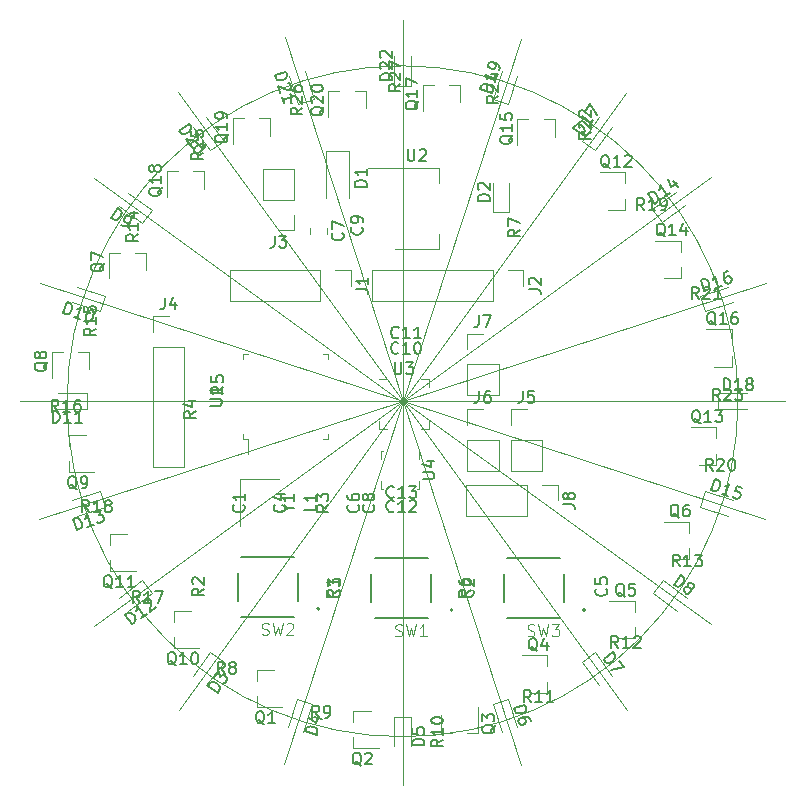
<source format=gbr>
G04 #@! TF.GenerationSoftware,KiCad,Pcbnew,(5.1.5)-3*
G04 #@! TF.CreationDate,2020-09-27T12:59:51-04:00*
G04 #@! TF.ProjectId,LED Driver STM,4c454420-4472-4697-9665-722053544d2e,rev?*
G04 #@! TF.SameCoordinates,Original*
G04 #@! TF.FileFunction,Legend,Top*
G04 #@! TF.FilePolarity,Positive*
%FSLAX46Y46*%
G04 Gerber Fmt 4.6, Leading zero omitted, Abs format (unit mm)*
G04 Created by KiCad (PCBNEW (5.1.5)-3) date 2020-09-27 12:59:51*
%MOMM*%
%LPD*%
G04 APERTURE LIST*
%ADD10C,0.120000*%
%ADD11C,0.127000*%
%ADD12C,0.200000*%
%ADD13C,0.150000*%
%ADD14C,0.015000*%
G04 APERTURE END LIST*
D10*
X149300000Y-121000000D02*
G75*
G03X149300000Y-121000000I-28400000J0D01*
G01*
X120900000Y-121000000D02*
X139900000Y-147100000D01*
X120900000Y-121000000D02*
X151600000Y-131000000D01*
X120900000Y-121000000D02*
X130900000Y-151800000D01*
X120900000Y-121000000D02*
X147000000Y-139900000D01*
X120900000Y-121000000D02*
X94800000Y-140000000D01*
X120900000Y-121000000D02*
X110900000Y-151700000D01*
X120900000Y-121000000D02*
X90100000Y-131000000D01*
X120900000Y-121000000D02*
X102000000Y-147100000D01*
X120887292Y-121039619D02*
X94787292Y-102139619D01*
X120905026Y-120954855D02*
X101905026Y-94854855D01*
X120900000Y-121000000D02*
X90200000Y-111000000D01*
X120917809Y-120981765D02*
X110917809Y-90181765D01*
X120900000Y-121000000D02*
X130900000Y-90300000D01*
X120900000Y-121000000D02*
X139800000Y-94900000D01*
X120900000Y-121000000D02*
X147000000Y-102000000D01*
X120900000Y-121000000D02*
X151700000Y-111000000D01*
X153300000Y-121000000D02*
X88500000Y-121000000D01*
X120900000Y-88700000D02*
X120900000Y-153500000D01*
X107150000Y-127600000D02*
X107150000Y-131600000D01*
X110450000Y-127600000D02*
X107150000Y-127600000D01*
X122310000Y-125865000D02*
X122310000Y-125190000D01*
X119090000Y-128410000D02*
X119265000Y-128410000D01*
X119090000Y-127735000D02*
X119090000Y-128410000D01*
X119090000Y-125190000D02*
X119265000Y-125190000D01*
X119090000Y-125865000D02*
X119090000Y-125190000D01*
X122310000Y-128410000D02*
X122135000Y-128410000D01*
X122310000Y-127735000D02*
X122310000Y-128410000D01*
X119565000Y-119090000D02*
X118890000Y-119090000D01*
X123110000Y-123310000D02*
X123110000Y-122635000D01*
X122435000Y-123310000D02*
X123110000Y-123310000D01*
X118890000Y-123310000D02*
X118890000Y-122635000D01*
X119565000Y-123310000D02*
X118890000Y-123310000D01*
X123110000Y-119090000D02*
X123110000Y-119765000D01*
X122435000Y-119090000D02*
X123110000Y-119090000D01*
X118000000Y-101290000D02*
X124010000Y-101290000D01*
X120250000Y-108110000D02*
X124010000Y-108110000D01*
X124010000Y-101290000D02*
X124010000Y-102550000D01*
X124010000Y-108110000D02*
X124010000Y-106850000D01*
X107840000Y-124210000D02*
X107840000Y-125500000D01*
X107390000Y-124210000D02*
X107840000Y-124210000D01*
X107390000Y-123760000D02*
X107390000Y-124210000D01*
X107390000Y-116990000D02*
X107840000Y-116990000D01*
X107390000Y-117440000D02*
X107390000Y-116990000D01*
X114610000Y-124210000D02*
X114160000Y-124210000D01*
X114610000Y-123760000D02*
X114610000Y-124210000D01*
X114610000Y-116990000D02*
X114160000Y-116990000D01*
X114610000Y-117440000D02*
X114610000Y-116990000D01*
D11*
X129450000Y-135620000D02*
X129450000Y-137980000D01*
X134550000Y-137980000D02*
X134550000Y-135620000D01*
D12*
X136350000Y-138675000D02*
G75*
G03X136350000Y-138675000I-100000J0D01*
G01*
D11*
X129750000Y-139350000D02*
X134250000Y-139350000D01*
X129750000Y-134250000D02*
X134250000Y-134250000D01*
X106950000Y-135520000D02*
X106950000Y-137880000D01*
X112050000Y-137880000D02*
X112050000Y-135520000D01*
D12*
X113850000Y-138575000D02*
G75*
G03X113850000Y-138575000I-100000J0D01*
G01*
D11*
X107250000Y-139250000D02*
X111750000Y-139250000D01*
X107250000Y-134150000D02*
X111750000Y-134150000D01*
X118250000Y-135620000D02*
X118250000Y-137980000D01*
X123350000Y-137980000D02*
X123350000Y-135620000D01*
D12*
X125150000Y-138675000D02*
G75*
G03X125150000Y-138675000I-100000J0D01*
G01*
D11*
X118550000Y-139350000D02*
X123050000Y-139350000D01*
X118550000Y-134250000D02*
X123050000Y-134250000D01*
D10*
X117780000Y-94740000D02*
X117780000Y-96200000D01*
X114620000Y-94740000D02*
X114620000Y-96900000D01*
X114620000Y-94740000D02*
X115550000Y-94740000D01*
X117780000Y-94740000D02*
X116850000Y-94740000D01*
X109680000Y-97040000D02*
X109680000Y-98500000D01*
X106520000Y-97040000D02*
X106520000Y-99200000D01*
X106520000Y-97040000D02*
X107450000Y-97040000D01*
X109680000Y-97040000D02*
X108750000Y-97040000D01*
X104080000Y-101540000D02*
X104080000Y-103000000D01*
X100920000Y-101540000D02*
X100920000Y-103700000D01*
X100920000Y-101540000D02*
X101850000Y-101540000D01*
X104080000Y-101540000D02*
X103150000Y-101540000D01*
X125780000Y-94240000D02*
X125780000Y-95700000D01*
X122620000Y-94240000D02*
X122620000Y-96400000D01*
X122620000Y-94240000D02*
X123550000Y-94240000D01*
X125780000Y-94240000D02*
X124850000Y-94240000D01*
X148760000Y-118080000D02*
X147300000Y-118080000D01*
X148760000Y-114920000D02*
X146600000Y-114920000D01*
X148760000Y-114920000D02*
X148760000Y-115850000D01*
X148760000Y-118080000D02*
X148760000Y-117150000D01*
X133780000Y-97140000D02*
X133780000Y-98600000D01*
X130620000Y-97140000D02*
X130620000Y-99300000D01*
X130620000Y-97140000D02*
X131550000Y-97140000D01*
X133780000Y-97140000D02*
X132850000Y-97140000D01*
X144460000Y-110580000D02*
X143000000Y-110580000D01*
X144460000Y-107420000D02*
X142300000Y-107420000D01*
X144460000Y-107420000D02*
X144460000Y-108350000D01*
X144460000Y-110580000D02*
X144460000Y-109650000D01*
X147460000Y-126380000D02*
X146000000Y-126380000D01*
X147460000Y-123220000D02*
X145300000Y-123220000D01*
X147460000Y-123220000D02*
X147460000Y-124150000D01*
X147460000Y-126380000D02*
X147460000Y-125450000D01*
X139760000Y-104780000D02*
X138300000Y-104780000D01*
X139760000Y-101620000D02*
X137600000Y-101620000D01*
X139760000Y-101620000D02*
X139760000Y-102550000D01*
X139760000Y-104780000D02*
X139760000Y-103850000D01*
X96140000Y-132220000D02*
X97600000Y-132220000D01*
X96140000Y-135380000D02*
X98300000Y-135380000D01*
X96140000Y-135380000D02*
X96140000Y-134450000D01*
X96140000Y-132220000D02*
X96140000Y-133150000D01*
X101540000Y-138720000D02*
X103000000Y-138720000D01*
X101540000Y-141880000D02*
X103700000Y-141880000D01*
X101540000Y-141880000D02*
X101540000Y-140950000D01*
X101540000Y-138720000D02*
X101540000Y-139650000D01*
X92640000Y-123820000D02*
X94100000Y-123820000D01*
X92640000Y-126980000D02*
X94800000Y-126980000D01*
X92640000Y-126980000D02*
X92640000Y-126050000D01*
X92640000Y-123820000D02*
X92640000Y-124750000D01*
X94380000Y-116840000D02*
X94380000Y-118300000D01*
X91220000Y-116840000D02*
X91220000Y-119000000D01*
X91220000Y-116840000D02*
X92150000Y-116840000D01*
X94380000Y-116840000D02*
X93450000Y-116840000D01*
X99180000Y-108440000D02*
X99180000Y-109900000D01*
X96020000Y-108440000D02*
X96020000Y-110600000D01*
X96020000Y-108440000D02*
X96950000Y-108440000D01*
X99180000Y-108440000D02*
X98250000Y-108440000D01*
X145160000Y-134380000D02*
X143700000Y-134380000D01*
X145160000Y-131220000D02*
X143000000Y-131220000D01*
X145160000Y-131220000D02*
X145160000Y-132150000D01*
X145160000Y-134380000D02*
X145160000Y-133450000D01*
X140560000Y-141080000D02*
X139100000Y-141080000D01*
X140560000Y-137920000D02*
X138400000Y-137920000D01*
X140560000Y-137920000D02*
X140560000Y-138850000D01*
X140560000Y-141080000D02*
X140560000Y-140150000D01*
X133160000Y-145680000D02*
X131700000Y-145680000D01*
X133160000Y-142520000D02*
X131000000Y-142520000D01*
X133160000Y-142520000D02*
X133160000Y-143450000D01*
X133160000Y-145680000D02*
X133160000Y-144750000D01*
X124120000Y-149060000D02*
X124120000Y-147600000D01*
X127280000Y-149060000D02*
X127280000Y-146900000D01*
X127280000Y-149060000D02*
X126350000Y-149060000D01*
X124120000Y-149060000D02*
X125050000Y-149060000D01*
X116740000Y-147220000D02*
X118200000Y-147220000D01*
X116740000Y-150380000D02*
X118900000Y-150380000D01*
X116740000Y-150380000D02*
X116740000Y-149450000D01*
X116740000Y-147220000D02*
X116740000Y-148150000D01*
X108540000Y-143720000D02*
X110000000Y-143720000D01*
X108540000Y-146880000D02*
X110700000Y-146880000D01*
X108540000Y-146880000D02*
X108540000Y-145950000D01*
X108540000Y-143720000D02*
X108540000Y-144650000D01*
X134030000Y-128070000D02*
X134030000Y-129400000D01*
X132700000Y-128070000D02*
X134030000Y-128070000D01*
X131430000Y-128070000D02*
X131430000Y-130730000D01*
X131430000Y-130730000D02*
X126290000Y-130730000D01*
X131430000Y-128070000D02*
X126290000Y-128070000D01*
X126290000Y-128070000D02*
X126290000Y-130730000D01*
X126370000Y-115270000D02*
X127700000Y-115270000D01*
X126370000Y-116600000D02*
X126370000Y-115270000D01*
X126370000Y-117870000D02*
X129030000Y-117870000D01*
X129030000Y-117870000D02*
X129030000Y-120470000D01*
X126370000Y-117870000D02*
X126370000Y-120470000D01*
X126370000Y-120470000D02*
X129030000Y-120470000D01*
X126370000Y-121670000D02*
X127700000Y-121670000D01*
X126370000Y-123000000D02*
X126370000Y-121670000D01*
X126370000Y-124270000D02*
X129030000Y-124270000D01*
X129030000Y-124270000D02*
X129030000Y-126870000D01*
X126370000Y-124270000D02*
X126370000Y-126870000D01*
X126370000Y-126870000D02*
X129030000Y-126870000D01*
X130070000Y-121670000D02*
X131400000Y-121670000D01*
X130070000Y-123000000D02*
X130070000Y-121670000D01*
X130070000Y-124270000D02*
X132730000Y-124270000D01*
X132730000Y-124270000D02*
X132730000Y-126870000D01*
X130070000Y-124270000D02*
X130070000Y-126870000D01*
X130070000Y-126870000D02*
X132730000Y-126870000D01*
X99770000Y-113770000D02*
X101100000Y-113770000D01*
X99770000Y-115100000D02*
X99770000Y-113770000D01*
X99770000Y-116370000D02*
X102430000Y-116370000D01*
X102430000Y-116370000D02*
X102430000Y-126590000D01*
X99770000Y-116370000D02*
X99770000Y-126590000D01*
X99770000Y-126590000D02*
X102430000Y-126590000D01*
X111730000Y-106530000D02*
X110400000Y-106530000D01*
X111730000Y-105200000D02*
X111730000Y-106530000D01*
X111730000Y-103930000D02*
X109070000Y-103930000D01*
X109070000Y-103930000D02*
X109070000Y-101330000D01*
X111730000Y-103930000D02*
X111730000Y-101330000D01*
X111730000Y-101330000D02*
X109070000Y-101330000D01*
X131130000Y-109870000D02*
X131130000Y-111200000D01*
X129800000Y-109870000D02*
X131130000Y-109870000D01*
X128530000Y-109870000D02*
X128530000Y-112530000D01*
X128530000Y-112530000D02*
X118310000Y-112530000D01*
X128530000Y-109870000D02*
X118310000Y-109870000D01*
X118310000Y-109870000D02*
X118310000Y-112530000D01*
X116530000Y-109870000D02*
X116530000Y-111200000D01*
X115200000Y-109870000D02*
X116530000Y-109870000D01*
X113930000Y-109870000D02*
X113930000Y-112530000D01*
X113930000Y-112530000D02*
X106250000Y-112530000D01*
X113930000Y-109870000D02*
X106250000Y-109870000D01*
X106250000Y-109870000D02*
X106250000Y-112530000D01*
X121585000Y-94285000D02*
X121585000Y-91800000D01*
X120215000Y-94285000D02*
X121585000Y-94285000D01*
X120215000Y-91800000D02*
X120215000Y-94285000D01*
X113372167Y-95390854D02*
X112604260Y-93027478D01*
X112069220Y-95814207D02*
X113372167Y-95390854D01*
X111301313Y-93450831D02*
X112069220Y-95814207D01*
X105744595Y-98960561D02*
X104283948Y-96950154D01*
X104636242Y-99765827D02*
X105744595Y-98960561D01*
X103175595Y-97755419D02*
X104636242Y-99765827D01*
X129830780Y-95814207D02*
X130598687Y-93450831D01*
X128527833Y-95390854D02*
X129830780Y-95814207D01*
X129295740Y-93027478D02*
X128527833Y-95390854D01*
X147615000Y-121685000D02*
X150100000Y-121685000D01*
X147615000Y-120315000D02*
X147615000Y-121685000D01*
X150100000Y-120315000D02*
X147615000Y-120315000D01*
X137163758Y-99765827D02*
X138624405Y-97755419D01*
X136055405Y-98960561D02*
X137163758Y-99765827D01*
X137516052Y-96950154D02*
X136055405Y-98960561D01*
X146509146Y-113372167D02*
X148872522Y-112604260D01*
X146085793Y-112069220D02*
X146509146Y-113372167D01*
X148449169Y-111301313D02*
X146085793Y-112069220D01*
X146085793Y-129930780D02*
X148449169Y-130698687D01*
X146509146Y-128627833D02*
X146085793Y-129930780D01*
X148872522Y-129395740D02*
X146509146Y-128627833D01*
X142839439Y-105844595D02*
X144849846Y-104383948D01*
X142034173Y-104736242D02*
X142839439Y-105844595D01*
X144044581Y-103275595D02*
X142034173Y-104736242D01*
X95290854Y-128627833D02*
X92927478Y-129395740D01*
X95714207Y-129930780D02*
X95290854Y-128627833D01*
X93350831Y-130698687D02*
X95714207Y-129930780D01*
X98860561Y-136155405D02*
X96850154Y-137616052D01*
X99665827Y-137263758D02*
X98860561Y-136155405D01*
X97655419Y-138724405D02*
X99665827Y-137263758D01*
X94185000Y-120315000D02*
X91700000Y-120315000D01*
X94185000Y-121685000D02*
X94185000Y-120315000D01*
X91700000Y-121685000D02*
X94185000Y-121685000D01*
X95714207Y-112069220D02*
X93350831Y-111301313D01*
X95290854Y-113372167D02*
X95714207Y-112069220D01*
X92927478Y-112604260D02*
X95290854Y-113372167D01*
X99665827Y-104836242D02*
X97655419Y-103375595D01*
X98860561Y-105944595D02*
X99665827Y-104836242D01*
X96850154Y-104483948D02*
X98860561Y-105944595D01*
X142134173Y-137263758D02*
X144144581Y-138724405D01*
X142939439Y-136155405D02*
X142134173Y-137263758D01*
X144949846Y-137616052D02*
X142939439Y-136155405D01*
X136055405Y-143039439D02*
X137516052Y-145049846D01*
X137163758Y-142234173D02*
X136055405Y-143039439D01*
X138624405Y-144244581D02*
X137163758Y-142234173D01*
X128527833Y-146609146D02*
X129295740Y-148972522D01*
X129830780Y-146185793D02*
X128527833Y-146609146D01*
X130598687Y-148549169D02*
X129830780Y-146185793D01*
X120215000Y-147715000D02*
X120215000Y-150200000D01*
X121585000Y-147715000D02*
X120215000Y-147715000D01*
X121585000Y-150200000D02*
X121585000Y-147715000D01*
X111969220Y-146185793D02*
X111201313Y-148549169D01*
X113272167Y-146609146D02*
X111969220Y-146185793D01*
X112504260Y-148972522D02*
X113272167Y-146609146D01*
X104636242Y-142234173D02*
X103175595Y-144244581D01*
X105744595Y-143039439D02*
X104636242Y-142234173D01*
X104283948Y-145049846D02*
X105744595Y-143039439D01*
X129885000Y-104985000D02*
X129885000Y-102500000D01*
X128515000Y-104985000D02*
X129885000Y-104985000D01*
X128515000Y-102500000D02*
X128515000Y-104985000D01*
X116400000Y-99850000D02*
X116400000Y-103750000D01*
X114400000Y-99850000D02*
X114400000Y-103750000D01*
X116400000Y-99850000D02*
X114400000Y-99850000D01*
X113090000Y-106341422D02*
X113090000Y-106858578D01*
X114510000Y-106341422D02*
X114510000Y-106858578D01*
D13*
X111226190Y-130076190D02*
X111702380Y-130076190D01*
X110702380Y-130409523D02*
X111226190Y-130076190D01*
X110702380Y-129742857D01*
X111702380Y-128885714D02*
X111702380Y-129457142D01*
X111702380Y-129171428D02*
X110702380Y-129171428D01*
X110845238Y-129266666D01*
X110940476Y-129361904D01*
X110988095Y-129457142D01*
X122602380Y-127561904D02*
X123411904Y-127561904D01*
X123507142Y-127514285D01*
X123554761Y-127466666D01*
X123602380Y-127371428D01*
X123602380Y-127180952D01*
X123554761Y-127085714D01*
X123507142Y-127038095D01*
X123411904Y-126990476D01*
X122602380Y-126990476D01*
X122935714Y-126085714D02*
X123602380Y-126085714D01*
X122554761Y-126323809D02*
X123269047Y-126561904D01*
X123269047Y-125942857D01*
X120238095Y-117702380D02*
X120238095Y-118511904D01*
X120285714Y-118607142D01*
X120333333Y-118654761D01*
X120428571Y-118702380D01*
X120619047Y-118702380D01*
X120714285Y-118654761D01*
X120761904Y-118607142D01*
X120809523Y-118511904D01*
X120809523Y-117702380D01*
X121190476Y-117702380D02*
X121809523Y-117702380D01*
X121476190Y-118083333D01*
X121619047Y-118083333D01*
X121714285Y-118130952D01*
X121761904Y-118178571D01*
X121809523Y-118273809D01*
X121809523Y-118511904D01*
X121761904Y-118607142D01*
X121714285Y-118654761D01*
X121619047Y-118702380D01*
X121333333Y-118702380D01*
X121238095Y-118654761D01*
X121190476Y-118607142D01*
X121338095Y-99652380D02*
X121338095Y-100461904D01*
X121385714Y-100557142D01*
X121433333Y-100604761D01*
X121528571Y-100652380D01*
X121719047Y-100652380D01*
X121814285Y-100604761D01*
X121861904Y-100557142D01*
X121909523Y-100461904D01*
X121909523Y-99652380D01*
X122338095Y-99747619D02*
X122385714Y-99700000D01*
X122480952Y-99652380D01*
X122719047Y-99652380D01*
X122814285Y-99700000D01*
X122861904Y-99747619D01*
X122909523Y-99842857D01*
X122909523Y-99938095D01*
X122861904Y-100080952D01*
X122290476Y-100652380D01*
X122909523Y-100652380D01*
X104602380Y-121361904D02*
X105411904Y-121361904D01*
X105507142Y-121314285D01*
X105554761Y-121266666D01*
X105602380Y-121171428D01*
X105602380Y-120980952D01*
X105554761Y-120885714D01*
X105507142Y-120838095D01*
X105411904Y-120790476D01*
X104602380Y-120790476D01*
X105602380Y-119790476D02*
X105602380Y-120361904D01*
X105602380Y-120076190D02*
X104602380Y-120076190D01*
X104745238Y-120171428D01*
X104840476Y-120266666D01*
X104888095Y-120361904D01*
D14*
X131491666Y-140839761D02*
X131634523Y-140887380D01*
X131872619Y-140887380D01*
X131967857Y-140839761D01*
X132015476Y-140792142D01*
X132063095Y-140696904D01*
X132063095Y-140601666D01*
X132015476Y-140506428D01*
X131967857Y-140458809D01*
X131872619Y-140411190D01*
X131682142Y-140363571D01*
X131586904Y-140315952D01*
X131539285Y-140268333D01*
X131491666Y-140173095D01*
X131491666Y-140077857D01*
X131539285Y-139982619D01*
X131586904Y-139935000D01*
X131682142Y-139887380D01*
X131920238Y-139887380D01*
X132063095Y-139935000D01*
X132396428Y-139887380D02*
X132634523Y-140887380D01*
X132825000Y-140173095D01*
X133015476Y-140887380D01*
X133253571Y-139887380D01*
X133539285Y-139887380D02*
X134158333Y-139887380D01*
X133825000Y-140268333D01*
X133967857Y-140268333D01*
X134063095Y-140315952D01*
X134110714Y-140363571D01*
X134158333Y-140458809D01*
X134158333Y-140696904D01*
X134110714Y-140792142D01*
X134063095Y-140839761D01*
X133967857Y-140887380D01*
X133682142Y-140887380D01*
X133586904Y-140839761D01*
X133539285Y-140792142D01*
X108991666Y-140739761D02*
X109134523Y-140787380D01*
X109372619Y-140787380D01*
X109467857Y-140739761D01*
X109515476Y-140692142D01*
X109563095Y-140596904D01*
X109563095Y-140501666D01*
X109515476Y-140406428D01*
X109467857Y-140358809D01*
X109372619Y-140311190D01*
X109182142Y-140263571D01*
X109086904Y-140215952D01*
X109039285Y-140168333D01*
X108991666Y-140073095D01*
X108991666Y-139977857D01*
X109039285Y-139882619D01*
X109086904Y-139835000D01*
X109182142Y-139787380D01*
X109420238Y-139787380D01*
X109563095Y-139835000D01*
X109896428Y-139787380D02*
X110134523Y-140787380D01*
X110325000Y-140073095D01*
X110515476Y-140787380D01*
X110753571Y-139787380D01*
X111086904Y-139882619D02*
X111134523Y-139835000D01*
X111229761Y-139787380D01*
X111467857Y-139787380D01*
X111563095Y-139835000D01*
X111610714Y-139882619D01*
X111658333Y-139977857D01*
X111658333Y-140073095D01*
X111610714Y-140215952D01*
X111039285Y-140787380D01*
X111658333Y-140787380D01*
X120291666Y-140839761D02*
X120434523Y-140887380D01*
X120672619Y-140887380D01*
X120767857Y-140839761D01*
X120815476Y-140792142D01*
X120863095Y-140696904D01*
X120863095Y-140601666D01*
X120815476Y-140506428D01*
X120767857Y-140458809D01*
X120672619Y-140411190D01*
X120482142Y-140363571D01*
X120386904Y-140315952D01*
X120339285Y-140268333D01*
X120291666Y-140173095D01*
X120291666Y-140077857D01*
X120339285Y-139982619D01*
X120386904Y-139935000D01*
X120482142Y-139887380D01*
X120720238Y-139887380D01*
X120863095Y-139935000D01*
X121196428Y-139887380D02*
X121434523Y-140887380D01*
X121625000Y-140173095D01*
X121815476Y-140887380D01*
X122053571Y-139887380D01*
X122958333Y-140887380D02*
X122386904Y-140887380D01*
X122672619Y-140887380D02*
X122672619Y-139887380D01*
X122577380Y-140030238D01*
X122482142Y-140125476D01*
X122386904Y-140173095D01*
D13*
X120722380Y-94142857D02*
X120246190Y-94476190D01*
X120722380Y-94714285D02*
X119722380Y-94714285D01*
X119722380Y-94333333D01*
X119770000Y-94238095D01*
X119817619Y-94190476D01*
X119912857Y-94142857D01*
X120055714Y-94142857D01*
X120150952Y-94190476D01*
X120198571Y-94238095D01*
X120246190Y-94333333D01*
X120246190Y-94714285D01*
X119817619Y-93761904D02*
X119770000Y-93714285D01*
X119722380Y-93619047D01*
X119722380Y-93380952D01*
X119770000Y-93285714D01*
X119817619Y-93238095D01*
X119912857Y-93190476D01*
X120008095Y-93190476D01*
X120150952Y-93238095D01*
X120722380Y-93809523D01*
X120722380Y-93190476D01*
X119722380Y-92857142D02*
X119722380Y-92190476D01*
X120722380Y-92619047D01*
X112422380Y-96142857D02*
X111946190Y-96476190D01*
X112422380Y-96714285D02*
X111422380Y-96714285D01*
X111422380Y-96333333D01*
X111470000Y-96238095D01*
X111517619Y-96190476D01*
X111612857Y-96142857D01*
X111755714Y-96142857D01*
X111850952Y-96190476D01*
X111898571Y-96238095D01*
X111946190Y-96333333D01*
X111946190Y-96714285D01*
X111517619Y-95761904D02*
X111470000Y-95714285D01*
X111422380Y-95619047D01*
X111422380Y-95380952D01*
X111470000Y-95285714D01*
X111517619Y-95238095D01*
X111612857Y-95190476D01*
X111708095Y-95190476D01*
X111850952Y-95238095D01*
X112422380Y-95809523D01*
X112422380Y-95190476D01*
X111422380Y-94333333D02*
X111422380Y-94523809D01*
X111470000Y-94619047D01*
X111517619Y-94666666D01*
X111660476Y-94761904D01*
X111850952Y-94809523D01*
X112231904Y-94809523D01*
X112327142Y-94761904D01*
X112374761Y-94714285D01*
X112422380Y-94619047D01*
X112422380Y-94428571D01*
X112374761Y-94333333D01*
X112327142Y-94285714D01*
X112231904Y-94238095D01*
X111993809Y-94238095D01*
X111898571Y-94285714D01*
X111850952Y-94333333D01*
X111803333Y-94428571D01*
X111803333Y-94619047D01*
X111850952Y-94714285D01*
X111898571Y-94761904D01*
X111993809Y-94809523D01*
X104022380Y-99942857D02*
X103546190Y-100276190D01*
X104022380Y-100514285D02*
X103022380Y-100514285D01*
X103022380Y-100133333D01*
X103070000Y-100038095D01*
X103117619Y-99990476D01*
X103212857Y-99942857D01*
X103355714Y-99942857D01*
X103450952Y-99990476D01*
X103498571Y-100038095D01*
X103546190Y-100133333D01*
X103546190Y-100514285D01*
X103117619Y-99561904D02*
X103070000Y-99514285D01*
X103022380Y-99419047D01*
X103022380Y-99180952D01*
X103070000Y-99085714D01*
X103117619Y-99038095D01*
X103212857Y-98990476D01*
X103308095Y-98990476D01*
X103450952Y-99038095D01*
X104022380Y-99609523D01*
X104022380Y-98990476D01*
X103022380Y-98085714D02*
X103022380Y-98561904D01*
X103498571Y-98609523D01*
X103450952Y-98561904D01*
X103403333Y-98466666D01*
X103403333Y-98228571D01*
X103450952Y-98133333D01*
X103498571Y-98085714D01*
X103593809Y-98038095D01*
X103831904Y-98038095D01*
X103927142Y-98085714D01*
X103974761Y-98133333D01*
X104022380Y-98228571D01*
X104022380Y-98466666D01*
X103974761Y-98561904D01*
X103927142Y-98609523D01*
X129022380Y-95142857D02*
X128546190Y-95476190D01*
X129022380Y-95714285D02*
X128022380Y-95714285D01*
X128022380Y-95333333D01*
X128070000Y-95238095D01*
X128117619Y-95190476D01*
X128212857Y-95142857D01*
X128355714Y-95142857D01*
X128450952Y-95190476D01*
X128498571Y-95238095D01*
X128546190Y-95333333D01*
X128546190Y-95714285D01*
X128117619Y-94761904D02*
X128070000Y-94714285D01*
X128022380Y-94619047D01*
X128022380Y-94380952D01*
X128070000Y-94285714D01*
X128117619Y-94238095D01*
X128212857Y-94190476D01*
X128308095Y-94190476D01*
X128450952Y-94238095D01*
X129022380Y-94809523D01*
X129022380Y-94190476D01*
X128355714Y-93333333D02*
X129022380Y-93333333D01*
X127974761Y-93571428D02*
X128689047Y-93809523D01*
X128689047Y-93190476D01*
X147757142Y-120922380D02*
X147423809Y-120446190D01*
X147185714Y-120922380D02*
X147185714Y-119922380D01*
X147566666Y-119922380D01*
X147661904Y-119970000D01*
X147709523Y-120017619D01*
X147757142Y-120112857D01*
X147757142Y-120255714D01*
X147709523Y-120350952D01*
X147661904Y-120398571D01*
X147566666Y-120446190D01*
X147185714Y-120446190D01*
X148138095Y-120017619D02*
X148185714Y-119970000D01*
X148280952Y-119922380D01*
X148519047Y-119922380D01*
X148614285Y-119970000D01*
X148661904Y-120017619D01*
X148709523Y-120112857D01*
X148709523Y-120208095D01*
X148661904Y-120350952D01*
X148090476Y-120922380D01*
X148709523Y-120922380D01*
X149042857Y-119922380D02*
X149661904Y-119922380D01*
X149328571Y-120303333D01*
X149471428Y-120303333D01*
X149566666Y-120350952D01*
X149614285Y-120398571D01*
X149661904Y-120493809D01*
X149661904Y-120731904D01*
X149614285Y-120827142D01*
X149566666Y-120874761D01*
X149471428Y-120922380D01*
X149185714Y-120922380D01*
X149090476Y-120874761D01*
X149042857Y-120827142D01*
X136822380Y-98242857D02*
X136346190Y-98576190D01*
X136822380Y-98814285D02*
X135822380Y-98814285D01*
X135822380Y-98433333D01*
X135870000Y-98338095D01*
X135917619Y-98290476D01*
X136012857Y-98242857D01*
X136155714Y-98242857D01*
X136250952Y-98290476D01*
X136298571Y-98338095D01*
X136346190Y-98433333D01*
X136346190Y-98814285D01*
X135917619Y-97861904D02*
X135870000Y-97814285D01*
X135822380Y-97719047D01*
X135822380Y-97480952D01*
X135870000Y-97385714D01*
X135917619Y-97338095D01*
X136012857Y-97290476D01*
X136108095Y-97290476D01*
X136250952Y-97338095D01*
X136822380Y-97909523D01*
X136822380Y-97290476D01*
X135917619Y-96909523D02*
X135870000Y-96861904D01*
X135822380Y-96766666D01*
X135822380Y-96528571D01*
X135870000Y-96433333D01*
X135917619Y-96385714D01*
X136012857Y-96338095D01*
X136108095Y-96338095D01*
X136250952Y-96385714D01*
X136822380Y-96957142D01*
X136822380Y-96338095D01*
X145957142Y-112322380D02*
X145623809Y-111846190D01*
X145385714Y-112322380D02*
X145385714Y-111322380D01*
X145766666Y-111322380D01*
X145861904Y-111370000D01*
X145909523Y-111417619D01*
X145957142Y-111512857D01*
X145957142Y-111655714D01*
X145909523Y-111750952D01*
X145861904Y-111798571D01*
X145766666Y-111846190D01*
X145385714Y-111846190D01*
X146338095Y-111417619D02*
X146385714Y-111370000D01*
X146480952Y-111322380D01*
X146719047Y-111322380D01*
X146814285Y-111370000D01*
X146861904Y-111417619D01*
X146909523Y-111512857D01*
X146909523Y-111608095D01*
X146861904Y-111750952D01*
X146290476Y-112322380D01*
X146909523Y-112322380D01*
X147861904Y-112322380D02*
X147290476Y-112322380D01*
X147576190Y-112322380D02*
X147576190Y-111322380D01*
X147480952Y-111465238D01*
X147385714Y-111560476D01*
X147290476Y-111608095D01*
X147157142Y-126882380D02*
X146823809Y-126406190D01*
X146585714Y-126882380D02*
X146585714Y-125882380D01*
X146966666Y-125882380D01*
X147061904Y-125930000D01*
X147109523Y-125977619D01*
X147157142Y-126072857D01*
X147157142Y-126215714D01*
X147109523Y-126310952D01*
X147061904Y-126358571D01*
X146966666Y-126406190D01*
X146585714Y-126406190D01*
X147538095Y-125977619D02*
X147585714Y-125930000D01*
X147680952Y-125882380D01*
X147919047Y-125882380D01*
X148014285Y-125930000D01*
X148061904Y-125977619D01*
X148109523Y-126072857D01*
X148109523Y-126168095D01*
X148061904Y-126310952D01*
X147490476Y-126882380D01*
X148109523Y-126882380D01*
X148728571Y-125882380D02*
X148823809Y-125882380D01*
X148919047Y-125930000D01*
X148966666Y-125977619D01*
X149014285Y-126072857D01*
X149061904Y-126263333D01*
X149061904Y-126501428D01*
X149014285Y-126691904D01*
X148966666Y-126787142D01*
X148919047Y-126834761D01*
X148823809Y-126882380D01*
X148728571Y-126882380D01*
X148633333Y-126834761D01*
X148585714Y-126787142D01*
X148538095Y-126691904D01*
X148490476Y-126501428D01*
X148490476Y-126263333D01*
X148538095Y-126072857D01*
X148585714Y-125977619D01*
X148633333Y-125930000D01*
X148728571Y-125882380D01*
X141357142Y-104822380D02*
X141023809Y-104346190D01*
X140785714Y-104822380D02*
X140785714Y-103822380D01*
X141166666Y-103822380D01*
X141261904Y-103870000D01*
X141309523Y-103917619D01*
X141357142Y-104012857D01*
X141357142Y-104155714D01*
X141309523Y-104250952D01*
X141261904Y-104298571D01*
X141166666Y-104346190D01*
X140785714Y-104346190D01*
X142309523Y-104822380D02*
X141738095Y-104822380D01*
X142023809Y-104822380D02*
X142023809Y-103822380D01*
X141928571Y-103965238D01*
X141833333Y-104060476D01*
X141738095Y-104108095D01*
X142785714Y-104822380D02*
X142976190Y-104822380D01*
X143071428Y-104774761D01*
X143119047Y-104727142D01*
X143214285Y-104584285D01*
X143261904Y-104393809D01*
X143261904Y-104012857D01*
X143214285Y-103917619D01*
X143166666Y-103870000D01*
X143071428Y-103822380D01*
X142880952Y-103822380D01*
X142785714Y-103870000D01*
X142738095Y-103917619D01*
X142690476Y-104012857D01*
X142690476Y-104250952D01*
X142738095Y-104346190D01*
X142785714Y-104393809D01*
X142880952Y-104441428D01*
X143071428Y-104441428D01*
X143166666Y-104393809D01*
X143214285Y-104346190D01*
X143261904Y-104250952D01*
X94357142Y-130382380D02*
X94023809Y-129906190D01*
X93785714Y-130382380D02*
X93785714Y-129382380D01*
X94166666Y-129382380D01*
X94261904Y-129430000D01*
X94309523Y-129477619D01*
X94357142Y-129572857D01*
X94357142Y-129715714D01*
X94309523Y-129810952D01*
X94261904Y-129858571D01*
X94166666Y-129906190D01*
X93785714Y-129906190D01*
X95309523Y-130382380D02*
X94738095Y-130382380D01*
X95023809Y-130382380D02*
X95023809Y-129382380D01*
X94928571Y-129525238D01*
X94833333Y-129620476D01*
X94738095Y-129668095D01*
X95880952Y-129810952D02*
X95785714Y-129763333D01*
X95738095Y-129715714D01*
X95690476Y-129620476D01*
X95690476Y-129572857D01*
X95738095Y-129477619D01*
X95785714Y-129430000D01*
X95880952Y-129382380D01*
X96071428Y-129382380D01*
X96166666Y-129430000D01*
X96214285Y-129477619D01*
X96261904Y-129572857D01*
X96261904Y-129620476D01*
X96214285Y-129715714D01*
X96166666Y-129763333D01*
X96071428Y-129810952D01*
X95880952Y-129810952D01*
X95785714Y-129858571D01*
X95738095Y-129906190D01*
X95690476Y-130001428D01*
X95690476Y-130191904D01*
X95738095Y-130287142D01*
X95785714Y-130334761D01*
X95880952Y-130382380D01*
X96071428Y-130382380D01*
X96166666Y-130334761D01*
X96214285Y-130287142D01*
X96261904Y-130191904D01*
X96261904Y-130001428D01*
X96214285Y-129906190D01*
X96166666Y-129858571D01*
X96071428Y-129810952D01*
X98657142Y-138082380D02*
X98323809Y-137606190D01*
X98085714Y-138082380D02*
X98085714Y-137082380D01*
X98466666Y-137082380D01*
X98561904Y-137130000D01*
X98609523Y-137177619D01*
X98657142Y-137272857D01*
X98657142Y-137415714D01*
X98609523Y-137510952D01*
X98561904Y-137558571D01*
X98466666Y-137606190D01*
X98085714Y-137606190D01*
X99609523Y-138082380D02*
X99038095Y-138082380D01*
X99323809Y-138082380D02*
X99323809Y-137082380D01*
X99228571Y-137225238D01*
X99133333Y-137320476D01*
X99038095Y-137368095D01*
X99942857Y-137082380D02*
X100609523Y-137082380D01*
X100180952Y-138082380D01*
X91757142Y-121882380D02*
X91423809Y-121406190D01*
X91185714Y-121882380D02*
X91185714Y-120882380D01*
X91566666Y-120882380D01*
X91661904Y-120930000D01*
X91709523Y-120977619D01*
X91757142Y-121072857D01*
X91757142Y-121215714D01*
X91709523Y-121310952D01*
X91661904Y-121358571D01*
X91566666Y-121406190D01*
X91185714Y-121406190D01*
X92709523Y-121882380D02*
X92138095Y-121882380D01*
X92423809Y-121882380D02*
X92423809Y-120882380D01*
X92328571Y-121025238D01*
X92233333Y-121120476D01*
X92138095Y-121168095D01*
X93566666Y-120882380D02*
X93376190Y-120882380D01*
X93280952Y-120930000D01*
X93233333Y-120977619D01*
X93138095Y-121120476D01*
X93090476Y-121310952D01*
X93090476Y-121691904D01*
X93138095Y-121787142D01*
X93185714Y-121834761D01*
X93280952Y-121882380D01*
X93471428Y-121882380D01*
X93566666Y-121834761D01*
X93614285Y-121787142D01*
X93661904Y-121691904D01*
X93661904Y-121453809D01*
X93614285Y-121358571D01*
X93566666Y-121310952D01*
X93471428Y-121263333D01*
X93280952Y-121263333D01*
X93185714Y-121310952D01*
X93138095Y-121358571D01*
X93090476Y-121453809D01*
X94922380Y-114842857D02*
X94446190Y-115176190D01*
X94922380Y-115414285D02*
X93922380Y-115414285D01*
X93922380Y-115033333D01*
X93970000Y-114938095D01*
X94017619Y-114890476D01*
X94112857Y-114842857D01*
X94255714Y-114842857D01*
X94350952Y-114890476D01*
X94398571Y-114938095D01*
X94446190Y-115033333D01*
X94446190Y-115414285D01*
X94922380Y-113890476D02*
X94922380Y-114461904D01*
X94922380Y-114176190D02*
X93922380Y-114176190D01*
X94065238Y-114271428D01*
X94160476Y-114366666D01*
X94208095Y-114461904D01*
X93922380Y-112985714D02*
X93922380Y-113461904D01*
X94398571Y-113509523D01*
X94350952Y-113461904D01*
X94303333Y-113366666D01*
X94303333Y-113128571D01*
X94350952Y-113033333D01*
X94398571Y-112985714D01*
X94493809Y-112938095D01*
X94731904Y-112938095D01*
X94827142Y-112985714D01*
X94874761Y-113033333D01*
X94922380Y-113128571D01*
X94922380Y-113366666D01*
X94874761Y-113461904D01*
X94827142Y-113509523D01*
X98522380Y-106842857D02*
X98046190Y-107176190D01*
X98522380Y-107414285D02*
X97522380Y-107414285D01*
X97522380Y-107033333D01*
X97570000Y-106938095D01*
X97617619Y-106890476D01*
X97712857Y-106842857D01*
X97855714Y-106842857D01*
X97950952Y-106890476D01*
X97998571Y-106938095D01*
X98046190Y-107033333D01*
X98046190Y-107414285D01*
X98522380Y-105890476D02*
X98522380Y-106461904D01*
X98522380Y-106176190D02*
X97522380Y-106176190D01*
X97665238Y-106271428D01*
X97760476Y-106366666D01*
X97808095Y-106461904D01*
X97855714Y-105033333D02*
X98522380Y-105033333D01*
X97474761Y-105271428D02*
X98189047Y-105509523D01*
X98189047Y-104890476D01*
X144357142Y-134982380D02*
X144023809Y-134506190D01*
X143785714Y-134982380D02*
X143785714Y-133982380D01*
X144166666Y-133982380D01*
X144261904Y-134030000D01*
X144309523Y-134077619D01*
X144357142Y-134172857D01*
X144357142Y-134315714D01*
X144309523Y-134410952D01*
X144261904Y-134458571D01*
X144166666Y-134506190D01*
X143785714Y-134506190D01*
X145309523Y-134982380D02*
X144738095Y-134982380D01*
X145023809Y-134982380D02*
X145023809Y-133982380D01*
X144928571Y-134125238D01*
X144833333Y-134220476D01*
X144738095Y-134268095D01*
X145642857Y-133982380D02*
X146261904Y-133982380D01*
X145928571Y-134363333D01*
X146071428Y-134363333D01*
X146166666Y-134410952D01*
X146214285Y-134458571D01*
X146261904Y-134553809D01*
X146261904Y-134791904D01*
X146214285Y-134887142D01*
X146166666Y-134934761D01*
X146071428Y-134982380D01*
X145785714Y-134982380D01*
X145690476Y-134934761D01*
X145642857Y-134887142D01*
X139157142Y-141882380D02*
X138823809Y-141406190D01*
X138585714Y-141882380D02*
X138585714Y-140882380D01*
X138966666Y-140882380D01*
X139061904Y-140930000D01*
X139109523Y-140977619D01*
X139157142Y-141072857D01*
X139157142Y-141215714D01*
X139109523Y-141310952D01*
X139061904Y-141358571D01*
X138966666Y-141406190D01*
X138585714Y-141406190D01*
X140109523Y-141882380D02*
X139538095Y-141882380D01*
X139823809Y-141882380D02*
X139823809Y-140882380D01*
X139728571Y-141025238D01*
X139633333Y-141120476D01*
X139538095Y-141168095D01*
X140490476Y-140977619D02*
X140538095Y-140930000D01*
X140633333Y-140882380D01*
X140871428Y-140882380D01*
X140966666Y-140930000D01*
X141014285Y-140977619D01*
X141061904Y-141072857D01*
X141061904Y-141168095D01*
X141014285Y-141310952D01*
X140442857Y-141882380D01*
X141061904Y-141882380D01*
X131757142Y-146482380D02*
X131423809Y-146006190D01*
X131185714Y-146482380D02*
X131185714Y-145482380D01*
X131566666Y-145482380D01*
X131661904Y-145530000D01*
X131709523Y-145577619D01*
X131757142Y-145672857D01*
X131757142Y-145815714D01*
X131709523Y-145910952D01*
X131661904Y-145958571D01*
X131566666Y-146006190D01*
X131185714Y-146006190D01*
X132709523Y-146482380D02*
X132138095Y-146482380D01*
X132423809Y-146482380D02*
X132423809Y-145482380D01*
X132328571Y-145625238D01*
X132233333Y-145720476D01*
X132138095Y-145768095D01*
X133661904Y-146482380D02*
X133090476Y-146482380D01*
X133376190Y-146482380D02*
X133376190Y-145482380D01*
X133280952Y-145625238D01*
X133185714Y-145720476D01*
X133090476Y-145768095D01*
X124322380Y-149642857D02*
X123846190Y-149976190D01*
X124322380Y-150214285D02*
X123322380Y-150214285D01*
X123322380Y-149833333D01*
X123370000Y-149738095D01*
X123417619Y-149690476D01*
X123512857Y-149642857D01*
X123655714Y-149642857D01*
X123750952Y-149690476D01*
X123798571Y-149738095D01*
X123846190Y-149833333D01*
X123846190Y-150214285D01*
X124322380Y-148690476D02*
X124322380Y-149261904D01*
X124322380Y-148976190D02*
X123322380Y-148976190D01*
X123465238Y-149071428D01*
X123560476Y-149166666D01*
X123608095Y-149261904D01*
X123322380Y-148071428D02*
X123322380Y-147976190D01*
X123370000Y-147880952D01*
X123417619Y-147833333D01*
X123512857Y-147785714D01*
X123703333Y-147738095D01*
X123941428Y-147738095D01*
X124131904Y-147785714D01*
X124227142Y-147833333D01*
X124274761Y-147880952D01*
X124322380Y-147976190D01*
X124322380Y-148071428D01*
X124274761Y-148166666D01*
X124227142Y-148214285D01*
X124131904Y-148261904D01*
X123941428Y-148309523D01*
X123703333Y-148309523D01*
X123512857Y-148261904D01*
X123417619Y-148214285D01*
X123370000Y-148166666D01*
X123322380Y-148071428D01*
X113833333Y-147782380D02*
X113500000Y-147306190D01*
X113261904Y-147782380D02*
X113261904Y-146782380D01*
X113642857Y-146782380D01*
X113738095Y-146830000D01*
X113785714Y-146877619D01*
X113833333Y-146972857D01*
X113833333Y-147115714D01*
X113785714Y-147210952D01*
X113738095Y-147258571D01*
X113642857Y-147306190D01*
X113261904Y-147306190D01*
X114309523Y-147782380D02*
X114500000Y-147782380D01*
X114595238Y-147734761D01*
X114642857Y-147687142D01*
X114738095Y-147544285D01*
X114785714Y-147353809D01*
X114785714Y-146972857D01*
X114738095Y-146877619D01*
X114690476Y-146830000D01*
X114595238Y-146782380D01*
X114404761Y-146782380D01*
X114309523Y-146830000D01*
X114261904Y-146877619D01*
X114214285Y-146972857D01*
X114214285Y-147210952D01*
X114261904Y-147306190D01*
X114309523Y-147353809D01*
X114404761Y-147401428D01*
X114595238Y-147401428D01*
X114690476Y-147353809D01*
X114738095Y-147306190D01*
X114785714Y-147210952D01*
X105833333Y-144082380D02*
X105500000Y-143606190D01*
X105261904Y-144082380D02*
X105261904Y-143082380D01*
X105642857Y-143082380D01*
X105738095Y-143130000D01*
X105785714Y-143177619D01*
X105833333Y-143272857D01*
X105833333Y-143415714D01*
X105785714Y-143510952D01*
X105738095Y-143558571D01*
X105642857Y-143606190D01*
X105261904Y-143606190D01*
X106404761Y-143510952D02*
X106309523Y-143463333D01*
X106261904Y-143415714D01*
X106214285Y-143320476D01*
X106214285Y-143272857D01*
X106261904Y-143177619D01*
X106309523Y-143130000D01*
X106404761Y-143082380D01*
X106595238Y-143082380D01*
X106690476Y-143130000D01*
X106738095Y-143177619D01*
X106785714Y-143272857D01*
X106785714Y-143320476D01*
X106738095Y-143415714D01*
X106690476Y-143463333D01*
X106595238Y-143510952D01*
X106404761Y-143510952D01*
X106309523Y-143558571D01*
X106261904Y-143606190D01*
X106214285Y-143701428D01*
X106214285Y-143891904D01*
X106261904Y-143987142D01*
X106309523Y-144034761D01*
X106404761Y-144082380D01*
X106595238Y-144082380D01*
X106690476Y-144034761D01*
X106738095Y-143987142D01*
X106785714Y-143891904D01*
X106785714Y-143701428D01*
X106738095Y-143606190D01*
X106690476Y-143558571D01*
X106595238Y-143510952D01*
X130822380Y-106466666D02*
X130346190Y-106800000D01*
X130822380Y-107038095D02*
X129822380Y-107038095D01*
X129822380Y-106657142D01*
X129870000Y-106561904D01*
X129917619Y-106514285D01*
X130012857Y-106466666D01*
X130155714Y-106466666D01*
X130250952Y-106514285D01*
X130298571Y-106561904D01*
X130346190Y-106657142D01*
X130346190Y-107038095D01*
X129822380Y-106133333D02*
X129822380Y-105466666D01*
X130822380Y-105895238D01*
X126682380Y-136966666D02*
X126206190Y-137300000D01*
X126682380Y-137538095D02*
X125682380Y-137538095D01*
X125682380Y-137157142D01*
X125730000Y-137061904D01*
X125777619Y-137014285D01*
X125872857Y-136966666D01*
X126015714Y-136966666D01*
X126110952Y-137014285D01*
X126158571Y-137061904D01*
X126206190Y-137157142D01*
X126206190Y-137538095D01*
X125682380Y-136109523D02*
X125682380Y-136300000D01*
X125730000Y-136395238D01*
X125777619Y-136442857D01*
X125920476Y-136538095D01*
X126110952Y-136585714D01*
X126491904Y-136585714D01*
X126587142Y-136538095D01*
X126634761Y-136490476D01*
X126682380Y-136395238D01*
X126682380Y-136204761D01*
X126634761Y-136109523D01*
X126587142Y-136061904D01*
X126491904Y-136014285D01*
X126253809Y-136014285D01*
X126158571Y-136061904D01*
X126110952Y-136109523D01*
X126063333Y-136204761D01*
X126063333Y-136395238D01*
X126110952Y-136490476D01*
X126158571Y-136538095D01*
X126253809Y-136585714D01*
X105722380Y-119766666D02*
X105246190Y-120100000D01*
X105722380Y-120338095D02*
X104722380Y-120338095D01*
X104722380Y-119957142D01*
X104770000Y-119861904D01*
X104817619Y-119814285D01*
X104912857Y-119766666D01*
X105055714Y-119766666D01*
X105150952Y-119814285D01*
X105198571Y-119861904D01*
X105246190Y-119957142D01*
X105246190Y-120338095D01*
X104722380Y-118861904D02*
X104722380Y-119338095D01*
X105198571Y-119385714D01*
X105150952Y-119338095D01*
X105103333Y-119242857D01*
X105103333Y-119004761D01*
X105150952Y-118909523D01*
X105198571Y-118861904D01*
X105293809Y-118814285D01*
X105531904Y-118814285D01*
X105627142Y-118861904D01*
X105674761Y-118909523D01*
X105722380Y-119004761D01*
X105722380Y-119242857D01*
X105674761Y-119338095D01*
X105627142Y-119385714D01*
X103382380Y-121866666D02*
X102906190Y-122200000D01*
X103382380Y-122438095D02*
X102382380Y-122438095D01*
X102382380Y-122057142D01*
X102430000Y-121961904D01*
X102477619Y-121914285D01*
X102572857Y-121866666D01*
X102715714Y-121866666D01*
X102810952Y-121914285D01*
X102858571Y-121961904D01*
X102906190Y-122057142D01*
X102906190Y-122438095D01*
X102715714Y-121009523D02*
X103382380Y-121009523D01*
X102334761Y-121247619D02*
X103049047Y-121485714D01*
X103049047Y-120866666D01*
X114622380Y-129766666D02*
X114146190Y-130100000D01*
X114622380Y-130338095D02*
X113622380Y-130338095D01*
X113622380Y-129957142D01*
X113670000Y-129861904D01*
X113717619Y-129814285D01*
X113812857Y-129766666D01*
X113955714Y-129766666D01*
X114050952Y-129814285D01*
X114098571Y-129861904D01*
X114146190Y-129957142D01*
X114146190Y-130338095D01*
X113622380Y-129433333D02*
X113622380Y-128814285D01*
X114003333Y-129147619D01*
X114003333Y-129004761D01*
X114050952Y-128909523D01*
X114098571Y-128861904D01*
X114193809Y-128814285D01*
X114431904Y-128814285D01*
X114527142Y-128861904D01*
X114574761Y-128909523D01*
X114622380Y-129004761D01*
X114622380Y-129290476D01*
X114574761Y-129385714D01*
X114527142Y-129433333D01*
X104082380Y-136866666D02*
X103606190Y-137200000D01*
X104082380Y-137438095D02*
X103082380Y-137438095D01*
X103082380Y-137057142D01*
X103130000Y-136961904D01*
X103177619Y-136914285D01*
X103272857Y-136866666D01*
X103415714Y-136866666D01*
X103510952Y-136914285D01*
X103558571Y-136961904D01*
X103606190Y-137057142D01*
X103606190Y-137438095D01*
X103177619Y-136485714D02*
X103130000Y-136438095D01*
X103082380Y-136342857D01*
X103082380Y-136104761D01*
X103130000Y-136009523D01*
X103177619Y-135961904D01*
X103272857Y-135914285D01*
X103368095Y-135914285D01*
X103510952Y-135961904D01*
X104082380Y-136533333D01*
X104082380Y-135914285D01*
X115482380Y-136966666D02*
X115006190Y-137300000D01*
X115482380Y-137538095D02*
X114482380Y-137538095D01*
X114482380Y-137157142D01*
X114530000Y-137061904D01*
X114577619Y-137014285D01*
X114672857Y-136966666D01*
X114815714Y-136966666D01*
X114910952Y-137014285D01*
X114958571Y-137061904D01*
X115006190Y-137157142D01*
X115006190Y-137538095D01*
X115482380Y-136014285D02*
X115482380Y-136585714D01*
X115482380Y-136300000D02*
X114482380Y-136300000D01*
X114625238Y-136395238D01*
X114720476Y-136490476D01*
X114768095Y-136585714D01*
X114247619Y-96071428D02*
X114200000Y-96166666D01*
X114104761Y-96261904D01*
X113961904Y-96404761D01*
X113914285Y-96500000D01*
X113914285Y-96595238D01*
X114152380Y-96547619D02*
X114104761Y-96642857D01*
X114009523Y-96738095D01*
X113819047Y-96785714D01*
X113485714Y-96785714D01*
X113295238Y-96738095D01*
X113200000Y-96642857D01*
X113152380Y-96547619D01*
X113152380Y-96357142D01*
X113200000Y-96261904D01*
X113295238Y-96166666D01*
X113485714Y-96119047D01*
X113819047Y-96119047D01*
X114009523Y-96166666D01*
X114104761Y-96261904D01*
X114152380Y-96357142D01*
X114152380Y-96547619D01*
X113247619Y-95738095D02*
X113200000Y-95690476D01*
X113152380Y-95595238D01*
X113152380Y-95357142D01*
X113200000Y-95261904D01*
X113247619Y-95214285D01*
X113342857Y-95166666D01*
X113438095Y-95166666D01*
X113580952Y-95214285D01*
X114152380Y-95785714D01*
X114152380Y-95166666D01*
X113152380Y-94547619D02*
X113152380Y-94452380D01*
X113200000Y-94357142D01*
X113247619Y-94309523D01*
X113342857Y-94261904D01*
X113533333Y-94214285D01*
X113771428Y-94214285D01*
X113961904Y-94261904D01*
X114057142Y-94309523D01*
X114104761Y-94357142D01*
X114152380Y-94452380D01*
X114152380Y-94547619D01*
X114104761Y-94642857D01*
X114057142Y-94690476D01*
X113961904Y-94738095D01*
X113771428Y-94785714D01*
X113533333Y-94785714D01*
X113342857Y-94738095D01*
X113247619Y-94690476D01*
X113200000Y-94642857D01*
X113152380Y-94547619D01*
X106147619Y-98371428D02*
X106100000Y-98466666D01*
X106004761Y-98561904D01*
X105861904Y-98704761D01*
X105814285Y-98800000D01*
X105814285Y-98895238D01*
X106052380Y-98847619D02*
X106004761Y-98942857D01*
X105909523Y-99038095D01*
X105719047Y-99085714D01*
X105385714Y-99085714D01*
X105195238Y-99038095D01*
X105100000Y-98942857D01*
X105052380Y-98847619D01*
X105052380Y-98657142D01*
X105100000Y-98561904D01*
X105195238Y-98466666D01*
X105385714Y-98419047D01*
X105719047Y-98419047D01*
X105909523Y-98466666D01*
X106004761Y-98561904D01*
X106052380Y-98657142D01*
X106052380Y-98847619D01*
X106052380Y-97466666D02*
X106052380Y-98038095D01*
X106052380Y-97752380D02*
X105052380Y-97752380D01*
X105195238Y-97847619D01*
X105290476Y-97942857D01*
X105338095Y-98038095D01*
X106052380Y-96990476D02*
X106052380Y-96800000D01*
X106004761Y-96704761D01*
X105957142Y-96657142D01*
X105814285Y-96561904D01*
X105623809Y-96514285D01*
X105242857Y-96514285D01*
X105147619Y-96561904D01*
X105100000Y-96609523D01*
X105052380Y-96704761D01*
X105052380Y-96895238D01*
X105100000Y-96990476D01*
X105147619Y-97038095D01*
X105242857Y-97085714D01*
X105480952Y-97085714D01*
X105576190Y-97038095D01*
X105623809Y-96990476D01*
X105671428Y-96895238D01*
X105671428Y-96704761D01*
X105623809Y-96609523D01*
X105576190Y-96561904D01*
X105480952Y-96514285D01*
X100547619Y-102871428D02*
X100500000Y-102966666D01*
X100404761Y-103061904D01*
X100261904Y-103204761D01*
X100214285Y-103300000D01*
X100214285Y-103395238D01*
X100452380Y-103347619D02*
X100404761Y-103442857D01*
X100309523Y-103538095D01*
X100119047Y-103585714D01*
X99785714Y-103585714D01*
X99595238Y-103538095D01*
X99500000Y-103442857D01*
X99452380Y-103347619D01*
X99452380Y-103157142D01*
X99500000Y-103061904D01*
X99595238Y-102966666D01*
X99785714Y-102919047D01*
X100119047Y-102919047D01*
X100309523Y-102966666D01*
X100404761Y-103061904D01*
X100452380Y-103157142D01*
X100452380Y-103347619D01*
X100452380Y-101966666D02*
X100452380Y-102538095D01*
X100452380Y-102252380D02*
X99452380Y-102252380D01*
X99595238Y-102347619D01*
X99690476Y-102442857D01*
X99738095Y-102538095D01*
X99880952Y-101395238D02*
X99833333Y-101490476D01*
X99785714Y-101538095D01*
X99690476Y-101585714D01*
X99642857Y-101585714D01*
X99547619Y-101538095D01*
X99500000Y-101490476D01*
X99452380Y-101395238D01*
X99452380Y-101204761D01*
X99500000Y-101109523D01*
X99547619Y-101061904D01*
X99642857Y-101014285D01*
X99690476Y-101014285D01*
X99785714Y-101061904D01*
X99833333Y-101109523D01*
X99880952Y-101204761D01*
X99880952Y-101395238D01*
X99928571Y-101490476D01*
X99976190Y-101538095D01*
X100071428Y-101585714D01*
X100261904Y-101585714D01*
X100357142Y-101538095D01*
X100404761Y-101490476D01*
X100452380Y-101395238D01*
X100452380Y-101204761D01*
X100404761Y-101109523D01*
X100357142Y-101061904D01*
X100261904Y-101014285D01*
X100071428Y-101014285D01*
X99976190Y-101061904D01*
X99928571Y-101109523D01*
X99880952Y-101204761D01*
X122247619Y-95571428D02*
X122200000Y-95666666D01*
X122104761Y-95761904D01*
X121961904Y-95904761D01*
X121914285Y-96000000D01*
X121914285Y-96095238D01*
X122152380Y-96047619D02*
X122104761Y-96142857D01*
X122009523Y-96238095D01*
X121819047Y-96285714D01*
X121485714Y-96285714D01*
X121295238Y-96238095D01*
X121200000Y-96142857D01*
X121152380Y-96047619D01*
X121152380Y-95857142D01*
X121200000Y-95761904D01*
X121295238Y-95666666D01*
X121485714Y-95619047D01*
X121819047Y-95619047D01*
X122009523Y-95666666D01*
X122104761Y-95761904D01*
X122152380Y-95857142D01*
X122152380Y-96047619D01*
X122152380Y-94666666D02*
X122152380Y-95238095D01*
X122152380Y-94952380D02*
X121152380Y-94952380D01*
X121295238Y-95047619D01*
X121390476Y-95142857D01*
X121438095Y-95238095D01*
X121152380Y-94333333D02*
X121152380Y-93666666D01*
X122152380Y-94095238D01*
X147428571Y-114547619D02*
X147333333Y-114500000D01*
X147238095Y-114404761D01*
X147095238Y-114261904D01*
X147000000Y-114214285D01*
X146904761Y-114214285D01*
X146952380Y-114452380D02*
X146857142Y-114404761D01*
X146761904Y-114309523D01*
X146714285Y-114119047D01*
X146714285Y-113785714D01*
X146761904Y-113595238D01*
X146857142Y-113500000D01*
X146952380Y-113452380D01*
X147142857Y-113452380D01*
X147238095Y-113500000D01*
X147333333Y-113595238D01*
X147380952Y-113785714D01*
X147380952Y-114119047D01*
X147333333Y-114309523D01*
X147238095Y-114404761D01*
X147142857Y-114452380D01*
X146952380Y-114452380D01*
X148333333Y-114452380D02*
X147761904Y-114452380D01*
X148047619Y-114452380D02*
X148047619Y-113452380D01*
X147952380Y-113595238D01*
X147857142Y-113690476D01*
X147761904Y-113738095D01*
X149190476Y-113452380D02*
X149000000Y-113452380D01*
X148904761Y-113500000D01*
X148857142Y-113547619D01*
X148761904Y-113690476D01*
X148714285Y-113880952D01*
X148714285Y-114261904D01*
X148761904Y-114357142D01*
X148809523Y-114404761D01*
X148904761Y-114452380D01*
X149095238Y-114452380D01*
X149190476Y-114404761D01*
X149238095Y-114357142D01*
X149285714Y-114261904D01*
X149285714Y-114023809D01*
X149238095Y-113928571D01*
X149190476Y-113880952D01*
X149095238Y-113833333D01*
X148904761Y-113833333D01*
X148809523Y-113880952D01*
X148761904Y-113928571D01*
X148714285Y-114023809D01*
X130247619Y-98471428D02*
X130200000Y-98566666D01*
X130104761Y-98661904D01*
X129961904Y-98804761D01*
X129914285Y-98900000D01*
X129914285Y-98995238D01*
X130152380Y-98947619D02*
X130104761Y-99042857D01*
X130009523Y-99138095D01*
X129819047Y-99185714D01*
X129485714Y-99185714D01*
X129295238Y-99138095D01*
X129200000Y-99042857D01*
X129152380Y-98947619D01*
X129152380Y-98757142D01*
X129200000Y-98661904D01*
X129295238Y-98566666D01*
X129485714Y-98519047D01*
X129819047Y-98519047D01*
X130009523Y-98566666D01*
X130104761Y-98661904D01*
X130152380Y-98757142D01*
X130152380Y-98947619D01*
X130152380Y-97566666D02*
X130152380Y-98138095D01*
X130152380Y-97852380D02*
X129152380Y-97852380D01*
X129295238Y-97947619D01*
X129390476Y-98042857D01*
X129438095Y-98138095D01*
X129152380Y-96661904D02*
X129152380Y-97138095D01*
X129628571Y-97185714D01*
X129580952Y-97138095D01*
X129533333Y-97042857D01*
X129533333Y-96804761D01*
X129580952Y-96709523D01*
X129628571Y-96661904D01*
X129723809Y-96614285D01*
X129961904Y-96614285D01*
X130057142Y-96661904D01*
X130104761Y-96709523D01*
X130152380Y-96804761D01*
X130152380Y-97042857D01*
X130104761Y-97138095D01*
X130057142Y-97185714D01*
X143128571Y-107047619D02*
X143033333Y-107000000D01*
X142938095Y-106904761D01*
X142795238Y-106761904D01*
X142700000Y-106714285D01*
X142604761Y-106714285D01*
X142652380Y-106952380D02*
X142557142Y-106904761D01*
X142461904Y-106809523D01*
X142414285Y-106619047D01*
X142414285Y-106285714D01*
X142461904Y-106095238D01*
X142557142Y-106000000D01*
X142652380Y-105952380D01*
X142842857Y-105952380D01*
X142938095Y-106000000D01*
X143033333Y-106095238D01*
X143080952Y-106285714D01*
X143080952Y-106619047D01*
X143033333Y-106809523D01*
X142938095Y-106904761D01*
X142842857Y-106952380D01*
X142652380Y-106952380D01*
X144033333Y-106952380D02*
X143461904Y-106952380D01*
X143747619Y-106952380D02*
X143747619Y-105952380D01*
X143652380Y-106095238D01*
X143557142Y-106190476D01*
X143461904Y-106238095D01*
X144890476Y-106285714D02*
X144890476Y-106952380D01*
X144652380Y-105904761D02*
X144414285Y-106619047D01*
X145033333Y-106619047D01*
X146128571Y-122847619D02*
X146033333Y-122800000D01*
X145938095Y-122704761D01*
X145795238Y-122561904D01*
X145700000Y-122514285D01*
X145604761Y-122514285D01*
X145652380Y-122752380D02*
X145557142Y-122704761D01*
X145461904Y-122609523D01*
X145414285Y-122419047D01*
X145414285Y-122085714D01*
X145461904Y-121895238D01*
X145557142Y-121800000D01*
X145652380Y-121752380D01*
X145842857Y-121752380D01*
X145938095Y-121800000D01*
X146033333Y-121895238D01*
X146080952Y-122085714D01*
X146080952Y-122419047D01*
X146033333Y-122609523D01*
X145938095Y-122704761D01*
X145842857Y-122752380D01*
X145652380Y-122752380D01*
X147033333Y-122752380D02*
X146461904Y-122752380D01*
X146747619Y-122752380D02*
X146747619Y-121752380D01*
X146652380Y-121895238D01*
X146557142Y-121990476D01*
X146461904Y-122038095D01*
X147366666Y-121752380D02*
X147985714Y-121752380D01*
X147652380Y-122133333D01*
X147795238Y-122133333D01*
X147890476Y-122180952D01*
X147938095Y-122228571D01*
X147985714Y-122323809D01*
X147985714Y-122561904D01*
X147938095Y-122657142D01*
X147890476Y-122704761D01*
X147795238Y-122752380D01*
X147509523Y-122752380D01*
X147414285Y-122704761D01*
X147366666Y-122657142D01*
X138428571Y-101247619D02*
X138333333Y-101200000D01*
X138238095Y-101104761D01*
X138095238Y-100961904D01*
X138000000Y-100914285D01*
X137904761Y-100914285D01*
X137952380Y-101152380D02*
X137857142Y-101104761D01*
X137761904Y-101009523D01*
X137714285Y-100819047D01*
X137714285Y-100485714D01*
X137761904Y-100295238D01*
X137857142Y-100200000D01*
X137952380Y-100152380D01*
X138142857Y-100152380D01*
X138238095Y-100200000D01*
X138333333Y-100295238D01*
X138380952Y-100485714D01*
X138380952Y-100819047D01*
X138333333Y-101009523D01*
X138238095Y-101104761D01*
X138142857Y-101152380D01*
X137952380Y-101152380D01*
X139333333Y-101152380D02*
X138761904Y-101152380D01*
X139047619Y-101152380D02*
X139047619Y-100152380D01*
X138952380Y-100295238D01*
X138857142Y-100390476D01*
X138761904Y-100438095D01*
X139714285Y-100247619D02*
X139761904Y-100200000D01*
X139857142Y-100152380D01*
X140095238Y-100152380D01*
X140190476Y-100200000D01*
X140238095Y-100247619D01*
X140285714Y-100342857D01*
X140285714Y-100438095D01*
X140238095Y-100580952D01*
X139666666Y-101152380D01*
X140285714Y-101152380D01*
X96328571Y-136847619D02*
X96233333Y-136800000D01*
X96138095Y-136704761D01*
X95995238Y-136561904D01*
X95900000Y-136514285D01*
X95804761Y-136514285D01*
X95852380Y-136752380D02*
X95757142Y-136704761D01*
X95661904Y-136609523D01*
X95614285Y-136419047D01*
X95614285Y-136085714D01*
X95661904Y-135895238D01*
X95757142Y-135800000D01*
X95852380Y-135752380D01*
X96042857Y-135752380D01*
X96138095Y-135800000D01*
X96233333Y-135895238D01*
X96280952Y-136085714D01*
X96280952Y-136419047D01*
X96233333Y-136609523D01*
X96138095Y-136704761D01*
X96042857Y-136752380D01*
X95852380Y-136752380D01*
X97233333Y-136752380D02*
X96661904Y-136752380D01*
X96947619Y-136752380D02*
X96947619Y-135752380D01*
X96852380Y-135895238D01*
X96757142Y-135990476D01*
X96661904Y-136038095D01*
X98185714Y-136752380D02*
X97614285Y-136752380D01*
X97900000Y-136752380D02*
X97900000Y-135752380D01*
X97804761Y-135895238D01*
X97709523Y-135990476D01*
X97614285Y-136038095D01*
X101728571Y-143347619D02*
X101633333Y-143300000D01*
X101538095Y-143204761D01*
X101395238Y-143061904D01*
X101300000Y-143014285D01*
X101204761Y-143014285D01*
X101252380Y-143252380D02*
X101157142Y-143204761D01*
X101061904Y-143109523D01*
X101014285Y-142919047D01*
X101014285Y-142585714D01*
X101061904Y-142395238D01*
X101157142Y-142300000D01*
X101252380Y-142252380D01*
X101442857Y-142252380D01*
X101538095Y-142300000D01*
X101633333Y-142395238D01*
X101680952Y-142585714D01*
X101680952Y-142919047D01*
X101633333Y-143109523D01*
X101538095Y-143204761D01*
X101442857Y-143252380D01*
X101252380Y-143252380D01*
X102633333Y-143252380D02*
X102061904Y-143252380D01*
X102347619Y-143252380D02*
X102347619Y-142252380D01*
X102252380Y-142395238D01*
X102157142Y-142490476D01*
X102061904Y-142538095D01*
X103252380Y-142252380D02*
X103347619Y-142252380D01*
X103442857Y-142300000D01*
X103490476Y-142347619D01*
X103538095Y-142442857D01*
X103585714Y-142633333D01*
X103585714Y-142871428D01*
X103538095Y-143061904D01*
X103490476Y-143157142D01*
X103442857Y-143204761D01*
X103347619Y-143252380D01*
X103252380Y-143252380D01*
X103157142Y-143204761D01*
X103109523Y-143157142D01*
X103061904Y-143061904D01*
X103014285Y-142871428D01*
X103014285Y-142633333D01*
X103061904Y-142442857D01*
X103109523Y-142347619D01*
X103157142Y-142300000D01*
X103252380Y-142252380D01*
X93304761Y-128447619D02*
X93209523Y-128400000D01*
X93114285Y-128304761D01*
X92971428Y-128161904D01*
X92876190Y-128114285D01*
X92780952Y-128114285D01*
X92828571Y-128352380D02*
X92733333Y-128304761D01*
X92638095Y-128209523D01*
X92590476Y-128019047D01*
X92590476Y-127685714D01*
X92638095Y-127495238D01*
X92733333Y-127400000D01*
X92828571Y-127352380D01*
X93019047Y-127352380D01*
X93114285Y-127400000D01*
X93209523Y-127495238D01*
X93257142Y-127685714D01*
X93257142Y-128019047D01*
X93209523Y-128209523D01*
X93114285Y-128304761D01*
X93019047Y-128352380D01*
X92828571Y-128352380D01*
X93733333Y-128352380D02*
X93923809Y-128352380D01*
X94019047Y-128304761D01*
X94066666Y-128257142D01*
X94161904Y-128114285D01*
X94209523Y-127923809D01*
X94209523Y-127542857D01*
X94161904Y-127447619D01*
X94114285Y-127400000D01*
X94019047Y-127352380D01*
X93828571Y-127352380D01*
X93733333Y-127400000D01*
X93685714Y-127447619D01*
X93638095Y-127542857D01*
X93638095Y-127780952D01*
X93685714Y-127876190D01*
X93733333Y-127923809D01*
X93828571Y-127971428D01*
X94019047Y-127971428D01*
X94114285Y-127923809D01*
X94161904Y-127876190D01*
X94209523Y-127780952D01*
X90847619Y-117695238D02*
X90800000Y-117790476D01*
X90704761Y-117885714D01*
X90561904Y-118028571D01*
X90514285Y-118123809D01*
X90514285Y-118219047D01*
X90752380Y-118171428D02*
X90704761Y-118266666D01*
X90609523Y-118361904D01*
X90419047Y-118409523D01*
X90085714Y-118409523D01*
X89895238Y-118361904D01*
X89800000Y-118266666D01*
X89752380Y-118171428D01*
X89752380Y-117980952D01*
X89800000Y-117885714D01*
X89895238Y-117790476D01*
X90085714Y-117742857D01*
X90419047Y-117742857D01*
X90609523Y-117790476D01*
X90704761Y-117885714D01*
X90752380Y-117980952D01*
X90752380Y-118171428D01*
X90180952Y-117171428D02*
X90133333Y-117266666D01*
X90085714Y-117314285D01*
X89990476Y-117361904D01*
X89942857Y-117361904D01*
X89847619Y-117314285D01*
X89800000Y-117266666D01*
X89752380Y-117171428D01*
X89752380Y-116980952D01*
X89800000Y-116885714D01*
X89847619Y-116838095D01*
X89942857Y-116790476D01*
X89990476Y-116790476D01*
X90085714Y-116838095D01*
X90133333Y-116885714D01*
X90180952Y-116980952D01*
X90180952Y-117171428D01*
X90228571Y-117266666D01*
X90276190Y-117314285D01*
X90371428Y-117361904D01*
X90561904Y-117361904D01*
X90657142Y-117314285D01*
X90704761Y-117266666D01*
X90752380Y-117171428D01*
X90752380Y-116980952D01*
X90704761Y-116885714D01*
X90657142Y-116838095D01*
X90561904Y-116790476D01*
X90371428Y-116790476D01*
X90276190Y-116838095D01*
X90228571Y-116885714D01*
X90180952Y-116980952D01*
X95647619Y-109295238D02*
X95600000Y-109390476D01*
X95504761Y-109485714D01*
X95361904Y-109628571D01*
X95314285Y-109723809D01*
X95314285Y-109819047D01*
X95552380Y-109771428D02*
X95504761Y-109866666D01*
X95409523Y-109961904D01*
X95219047Y-110009523D01*
X94885714Y-110009523D01*
X94695238Y-109961904D01*
X94600000Y-109866666D01*
X94552380Y-109771428D01*
X94552380Y-109580952D01*
X94600000Y-109485714D01*
X94695238Y-109390476D01*
X94885714Y-109342857D01*
X95219047Y-109342857D01*
X95409523Y-109390476D01*
X95504761Y-109485714D01*
X95552380Y-109580952D01*
X95552380Y-109771428D01*
X94552380Y-109009523D02*
X94552380Y-108342857D01*
X95552380Y-108771428D01*
X144304761Y-130847619D02*
X144209523Y-130800000D01*
X144114285Y-130704761D01*
X143971428Y-130561904D01*
X143876190Y-130514285D01*
X143780952Y-130514285D01*
X143828571Y-130752380D02*
X143733333Y-130704761D01*
X143638095Y-130609523D01*
X143590476Y-130419047D01*
X143590476Y-130085714D01*
X143638095Y-129895238D01*
X143733333Y-129800000D01*
X143828571Y-129752380D01*
X144019047Y-129752380D01*
X144114285Y-129800000D01*
X144209523Y-129895238D01*
X144257142Y-130085714D01*
X144257142Y-130419047D01*
X144209523Y-130609523D01*
X144114285Y-130704761D01*
X144019047Y-130752380D01*
X143828571Y-130752380D01*
X145114285Y-129752380D02*
X144923809Y-129752380D01*
X144828571Y-129800000D01*
X144780952Y-129847619D01*
X144685714Y-129990476D01*
X144638095Y-130180952D01*
X144638095Y-130561904D01*
X144685714Y-130657142D01*
X144733333Y-130704761D01*
X144828571Y-130752380D01*
X145019047Y-130752380D01*
X145114285Y-130704761D01*
X145161904Y-130657142D01*
X145209523Y-130561904D01*
X145209523Y-130323809D01*
X145161904Y-130228571D01*
X145114285Y-130180952D01*
X145019047Y-130133333D01*
X144828571Y-130133333D01*
X144733333Y-130180952D01*
X144685714Y-130228571D01*
X144638095Y-130323809D01*
X139704761Y-137547619D02*
X139609523Y-137500000D01*
X139514285Y-137404761D01*
X139371428Y-137261904D01*
X139276190Y-137214285D01*
X139180952Y-137214285D01*
X139228571Y-137452380D02*
X139133333Y-137404761D01*
X139038095Y-137309523D01*
X138990476Y-137119047D01*
X138990476Y-136785714D01*
X139038095Y-136595238D01*
X139133333Y-136500000D01*
X139228571Y-136452380D01*
X139419047Y-136452380D01*
X139514285Y-136500000D01*
X139609523Y-136595238D01*
X139657142Y-136785714D01*
X139657142Y-137119047D01*
X139609523Y-137309523D01*
X139514285Y-137404761D01*
X139419047Y-137452380D01*
X139228571Y-137452380D01*
X140561904Y-136452380D02*
X140085714Y-136452380D01*
X140038095Y-136928571D01*
X140085714Y-136880952D01*
X140180952Y-136833333D01*
X140419047Y-136833333D01*
X140514285Y-136880952D01*
X140561904Y-136928571D01*
X140609523Y-137023809D01*
X140609523Y-137261904D01*
X140561904Y-137357142D01*
X140514285Y-137404761D01*
X140419047Y-137452380D01*
X140180952Y-137452380D01*
X140085714Y-137404761D01*
X140038095Y-137357142D01*
X132304761Y-142147619D02*
X132209523Y-142100000D01*
X132114285Y-142004761D01*
X131971428Y-141861904D01*
X131876190Y-141814285D01*
X131780952Y-141814285D01*
X131828571Y-142052380D02*
X131733333Y-142004761D01*
X131638095Y-141909523D01*
X131590476Y-141719047D01*
X131590476Y-141385714D01*
X131638095Y-141195238D01*
X131733333Y-141100000D01*
X131828571Y-141052380D01*
X132019047Y-141052380D01*
X132114285Y-141100000D01*
X132209523Y-141195238D01*
X132257142Y-141385714D01*
X132257142Y-141719047D01*
X132209523Y-141909523D01*
X132114285Y-142004761D01*
X132019047Y-142052380D01*
X131828571Y-142052380D01*
X133114285Y-141385714D02*
X133114285Y-142052380D01*
X132876190Y-141004761D02*
X132638095Y-141719047D01*
X133257142Y-141719047D01*
X128747619Y-148395238D02*
X128700000Y-148490476D01*
X128604761Y-148585714D01*
X128461904Y-148728571D01*
X128414285Y-148823809D01*
X128414285Y-148919047D01*
X128652380Y-148871428D02*
X128604761Y-148966666D01*
X128509523Y-149061904D01*
X128319047Y-149109523D01*
X127985714Y-149109523D01*
X127795238Y-149061904D01*
X127700000Y-148966666D01*
X127652380Y-148871428D01*
X127652380Y-148680952D01*
X127700000Y-148585714D01*
X127795238Y-148490476D01*
X127985714Y-148442857D01*
X128319047Y-148442857D01*
X128509523Y-148490476D01*
X128604761Y-148585714D01*
X128652380Y-148680952D01*
X128652380Y-148871428D01*
X127652380Y-148109523D02*
X127652380Y-147490476D01*
X128033333Y-147823809D01*
X128033333Y-147680952D01*
X128080952Y-147585714D01*
X128128571Y-147538095D01*
X128223809Y-147490476D01*
X128461904Y-147490476D01*
X128557142Y-147538095D01*
X128604761Y-147585714D01*
X128652380Y-147680952D01*
X128652380Y-147966666D01*
X128604761Y-148061904D01*
X128557142Y-148109523D01*
X117404761Y-151847619D02*
X117309523Y-151800000D01*
X117214285Y-151704761D01*
X117071428Y-151561904D01*
X116976190Y-151514285D01*
X116880952Y-151514285D01*
X116928571Y-151752380D02*
X116833333Y-151704761D01*
X116738095Y-151609523D01*
X116690476Y-151419047D01*
X116690476Y-151085714D01*
X116738095Y-150895238D01*
X116833333Y-150800000D01*
X116928571Y-150752380D01*
X117119047Y-150752380D01*
X117214285Y-150800000D01*
X117309523Y-150895238D01*
X117357142Y-151085714D01*
X117357142Y-151419047D01*
X117309523Y-151609523D01*
X117214285Y-151704761D01*
X117119047Y-151752380D01*
X116928571Y-151752380D01*
X117738095Y-150847619D02*
X117785714Y-150800000D01*
X117880952Y-150752380D01*
X118119047Y-150752380D01*
X118214285Y-150800000D01*
X118261904Y-150847619D01*
X118309523Y-150942857D01*
X118309523Y-151038095D01*
X118261904Y-151180952D01*
X117690476Y-151752380D01*
X118309523Y-151752380D01*
X109204761Y-148347619D02*
X109109523Y-148300000D01*
X109014285Y-148204761D01*
X108871428Y-148061904D01*
X108776190Y-148014285D01*
X108680952Y-148014285D01*
X108728571Y-148252380D02*
X108633333Y-148204761D01*
X108538095Y-148109523D01*
X108490476Y-147919047D01*
X108490476Y-147585714D01*
X108538095Y-147395238D01*
X108633333Y-147300000D01*
X108728571Y-147252380D01*
X108919047Y-147252380D01*
X109014285Y-147300000D01*
X109109523Y-147395238D01*
X109157142Y-147585714D01*
X109157142Y-147919047D01*
X109109523Y-148109523D01*
X109014285Y-148204761D01*
X108919047Y-148252380D01*
X108728571Y-148252380D01*
X110109523Y-148252380D02*
X109538095Y-148252380D01*
X109823809Y-148252380D02*
X109823809Y-147252380D01*
X109728571Y-147395238D01*
X109633333Y-147490476D01*
X109538095Y-147538095D01*
X113582380Y-129766666D02*
X113582380Y-130242857D01*
X112582380Y-130242857D01*
X113582380Y-128909523D02*
X113582380Y-129480952D01*
X113582380Y-129195238D02*
X112582380Y-129195238D01*
X112725238Y-129290476D01*
X112820476Y-129385714D01*
X112868095Y-129480952D01*
X134482380Y-129733333D02*
X135196666Y-129733333D01*
X135339523Y-129780952D01*
X135434761Y-129876190D01*
X135482380Y-130019047D01*
X135482380Y-130114285D01*
X134910952Y-129114285D02*
X134863333Y-129209523D01*
X134815714Y-129257142D01*
X134720476Y-129304761D01*
X134672857Y-129304761D01*
X134577619Y-129257142D01*
X134530000Y-129209523D01*
X134482380Y-129114285D01*
X134482380Y-128923809D01*
X134530000Y-128828571D01*
X134577619Y-128780952D01*
X134672857Y-128733333D01*
X134720476Y-128733333D01*
X134815714Y-128780952D01*
X134863333Y-128828571D01*
X134910952Y-128923809D01*
X134910952Y-129114285D01*
X134958571Y-129209523D01*
X135006190Y-129257142D01*
X135101428Y-129304761D01*
X135291904Y-129304761D01*
X135387142Y-129257142D01*
X135434761Y-129209523D01*
X135482380Y-129114285D01*
X135482380Y-128923809D01*
X135434761Y-128828571D01*
X135387142Y-128780952D01*
X135291904Y-128733333D01*
X135101428Y-128733333D01*
X135006190Y-128780952D01*
X134958571Y-128828571D01*
X134910952Y-128923809D01*
X127366666Y-113722380D02*
X127366666Y-114436666D01*
X127319047Y-114579523D01*
X127223809Y-114674761D01*
X127080952Y-114722380D01*
X126985714Y-114722380D01*
X127747619Y-113722380D02*
X128414285Y-113722380D01*
X127985714Y-114722380D01*
X127366666Y-120122380D02*
X127366666Y-120836666D01*
X127319047Y-120979523D01*
X127223809Y-121074761D01*
X127080952Y-121122380D01*
X126985714Y-121122380D01*
X128271428Y-120122380D02*
X128080952Y-120122380D01*
X127985714Y-120170000D01*
X127938095Y-120217619D01*
X127842857Y-120360476D01*
X127795238Y-120550952D01*
X127795238Y-120931904D01*
X127842857Y-121027142D01*
X127890476Y-121074761D01*
X127985714Y-121122380D01*
X128176190Y-121122380D01*
X128271428Y-121074761D01*
X128319047Y-121027142D01*
X128366666Y-120931904D01*
X128366666Y-120693809D01*
X128319047Y-120598571D01*
X128271428Y-120550952D01*
X128176190Y-120503333D01*
X127985714Y-120503333D01*
X127890476Y-120550952D01*
X127842857Y-120598571D01*
X127795238Y-120693809D01*
X131066666Y-120122380D02*
X131066666Y-120836666D01*
X131019047Y-120979523D01*
X130923809Y-121074761D01*
X130780952Y-121122380D01*
X130685714Y-121122380D01*
X132019047Y-120122380D02*
X131542857Y-120122380D01*
X131495238Y-120598571D01*
X131542857Y-120550952D01*
X131638095Y-120503333D01*
X131876190Y-120503333D01*
X131971428Y-120550952D01*
X132019047Y-120598571D01*
X132066666Y-120693809D01*
X132066666Y-120931904D01*
X132019047Y-121027142D01*
X131971428Y-121074761D01*
X131876190Y-121122380D01*
X131638095Y-121122380D01*
X131542857Y-121074761D01*
X131495238Y-121027142D01*
X100766666Y-112222380D02*
X100766666Y-112936666D01*
X100719047Y-113079523D01*
X100623809Y-113174761D01*
X100480952Y-113222380D01*
X100385714Y-113222380D01*
X101671428Y-112555714D02*
X101671428Y-113222380D01*
X101433333Y-112174761D02*
X101195238Y-112889047D01*
X101814285Y-112889047D01*
X110066666Y-106982380D02*
X110066666Y-107696666D01*
X110019047Y-107839523D01*
X109923809Y-107934761D01*
X109780952Y-107982380D01*
X109685714Y-107982380D01*
X110447619Y-106982380D02*
X111066666Y-106982380D01*
X110733333Y-107363333D01*
X110876190Y-107363333D01*
X110971428Y-107410952D01*
X111019047Y-107458571D01*
X111066666Y-107553809D01*
X111066666Y-107791904D01*
X111019047Y-107887142D01*
X110971428Y-107934761D01*
X110876190Y-107982380D01*
X110590476Y-107982380D01*
X110495238Y-107934761D01*
X110447619Y-107887142D01*
X131582380Y-111533333D02*
X132296666Y-111533333D01*
X132439523Y-111580952D01*
X132534761Y-111676190D01*
X132582380Y-111819047D01*
X132582380Y-111914285D01*
X131677619Y-111104761D02*
X131630000Y-111057142D01*
X131582380Y-110961904D01*
X131582380Y-110723809D01*
X131630000Y-110628571D01*
X131677619Y-110580952D01*
X131772857Y-110533333D01*
X131868095Y-110533333D01*
X132010952Y-110580952D01*
X132582380Y-111152380D01*
X132582380Y-110533333D01*
X116982380Y-111533333D02*
X117696666Y-111533333D01*
X117839523Y-111580952D01*
X117934761Y-111676190D01*
X117982380Y-111819047D01*
X117982380Y-111914285D01*
X117982380Y-110533333D02*
X117982380Y-111104761D01*
X117982380Y-110819047D02*
X116982380Y-110819047D01*
X117125238Y-110914285D01*
X117220476Y-111009523D01*
X117268095Y-111104761D01*
X119972380Y-93814285D02*
X118972380Y-93814285D01*
X118972380Y-93576190D01*
X119020000Y-93433333D01*
X119115238Y-93338095D01*
X119210476Y-93290476D01*
X119400952Y-93242857D01*
X119543809Y-93242857D01*
X119734285Y-93290476D01*
X119829523Y-93338095D01*
X119924761Y-93433333D01*
X119972380Y-93576190D01*
X119972380Y-93814285D01*
X119067619Y-92861904D02*
X119020000Y-92814285D01*
X118972380Y-92719047D01*
X118972380Y-92480952D01*
X119020000Y-92385714D01*
X119067619Y-92338095D01*
X119162857Y-92290476D01*
X119258095Y-92290476D01*
X119400952Y-92338095D01*
X119972380Y-92909523D01*
X119972380Y-92290476D01*
X119067619Y-91909523D02*
X119020000Y-91861904D01*
X118972380Y-91766666D01*
X118972380Y-91528571D01*
X119020000Y-91433333D01*
X119067619Y-91385714D01*
X119162857Y-91338095D01*
X119258095Y-91338095D01*
X119400952Y-91385714D01*
X119972380Y-91957142D01*
X119972380Y-91338095D01*
X110082067Y-93411382D02*
X111033123Y-93102365D01*
X111106699Y-93328807D01*
X111105556Y-93479387D01*
X111044409Y-93599394D01*
X110968547Y-93674113D01*
X110802109Y-93778261D01*
X110666244Y-93822407D01*
X110470375Y-93835979D01*
X110365083Y-93820120D01*
X110245076Y-93758974D01*
X110155642Y-93637824D01*
X110082067Y-93411382D01*
X111236848Y-94037563D02*
X111296852Y-94068136D01*
X111371570Y-94143998D01*
X111445146Y-94370440D01*
X111429288Y-94475732D01*
X111398714Y-94535735D01*
X111322853Y-94610454D01*
X111232276Y-94639884D01*
X111081696Y-94638741D01*
X110361654Y-94271861D01*
X110552950Y-94860611D01*
X110847252Y-95766379D02*
X110670671Y-95222918D01*
X110758961Y-95494648D02*
X111710018Y-95185631D01*
X111544722Y-95139200D01*
X111424715Y-95078053D01*
X111349997Y-95002191D01*
X102003833Y-98094669D02*
X102812850Y-97506883D01*
X102952799Y-97699506D01*
X102998244Y-97843070D01*
X102977174Y-97976099D01*
X102928115Y-98070603D01*
X102802006Y-98221087D01*
X102686432Y-98305056D01*
X102504344Y-98378491D01*
X102399305Y-98395945D01*
X102266276Y-98374876D01*
X102143782Y-98287292D01*
X102003833Y-98094669D01*
X103295597Y-98333355D02*
X103362111Y-98343890D01*
X103456615Y-98392950D01*
X103596564Y-98585573D01*
X103614019Y-98690612D01*
X103603484Y-98757126D01*
X103554425Y-98851630D01*
X103477375Y-98907610D01*
X103333812Y-98953054D01*
X102535639Y-98826636D01*
X102899506Y-99327456D01*
X104072390Y-99240491D02*
X104128370Y-99317540D01*
X104145825Y-99422579D01*
X104135290Y-99489094D01*
X104086230Y-99583598D01*
X103960122Y-99734082D01*
X103767499Y-99874031D01*
X103585410Y-99947465D01*
X103480371Y-99964920D01*
X103413857Y-99954385D01*
X103319353Y-99905326D01*
X103263373Y-99828276D01*
X103245918Y-99723237D01*
X103256453Y-99656723D01*
X103305513Y-99562219D01*
X103431621Y-99411735D01*
X103624244Y-99271786D01*
X103806333Y-99198352D01*
X103911372Y-99180897D01*
X103977886Y-99191432D01*
X104072390Y-99240491D01*
X128442546Y-94868204D02*
X127491490Y-94559187D01*
X127565065Y-94332745D01*
X127654499Y-94211595D01*
X127774506Y-94150448D01*
X127879798Y-94134590D01*
X128075667Y-94148162D01*
X128211532Y-94192308D01*
X128377970Y-94296456D01*
X128453832Y-94371175D01*
X128514979Y-94491182D01*
X128516122Y-94641762D01*
X128442546Y-94868204D01*
X128913429Y-93418975D02*
X128736848Y-93962436D01*
X128825139Y-93690706D02*
X127874082Y-93381689D01*
X127980517Y-93516411D01*
X128041664Y-93636418D01*
X128057522Y-93741710D01*
X129060580Y-92966091D02*
X129119441Y-92784938D01*
X129103583Y-92679646D01*
X129073009Y-92619642D01*
X128966574Y-92484920D01*
X128800136Y-92380771D01*
X128437828Y-92263051D01*
X128332537Y-92278909D01*
X128272533Y-92309482D01*
X128197814Y-92385344D01*
X128138954Y-92566497D01*
X128154812Y-92671789D01*
X128185386Y-92731793D01*
X128261247Y-92806511D01*
X128487689Y-92880087D01*
X128592981Y-92864229D01*
X128652985Y-92833655D01*
X128727703Y-92757794D01*
X128786564Y-92576640D01*
X128770706Y-92471348D01*
X128740132Y-92411345D01*
X128664271Y-92336626D01*
X148085714Y-120072380D02*
X148085714Y-119072380D01*
X148323809Y-119072380D01*
X148466666Y-119120000D01*
X148561904Y-119215238D01*
X148609523Y-119310476D01*
X148657142Y-119500952D01*
X148657142Y-119643809D01*
X148609523Y-119834285D01*
X148561904Y-119929523D01*
X148466666Y-120024761D01*
X148323809Y-120072380D01*
X148085714Y-120072380D01*
X149609523Y-120072380D02*
X149038095Y-120072380D01*
X149323809Y-120072380D02*
X149323809Y-119072380D01*
X149228571Y-119215238D01*
X149133333Y-119310476D01*
X149038095Y-119358095D01*
X150180952Y-119500952D02*
X150085714Y-119453333D01*
X150038095Y-119405714D01*
X149990476Y-119310476D01*
X149990476Y-119262857D01*
X150038095Y-119167619D01*
X150085714Y-119120000D01*
X150180952Y-119072380D01*
X150371428Y-119072380D01*
X150466666Y-119120000D01*
X150514285Y-119167619D01*
X150561904Y-119262857D01*
X150561904Y-119310476D01*
X150514285Y-119405714D01*
X150466666Y-119453333D01*
X150371428Y-119500952D01*
X150180952Y-119500952D01*
X150085714Y-119548571D01*
X150038095Y-119596190D01*
X149990476Y-119691428D01*
X149990476Y-119881904D01*
X150038095Y-119977142D01*
X150085714Y-120024761D01*
X150180952Y-120072380D01*
X150371428Y-120072380D01*
X150466666Y-120024761D01*
X150514285Y-119977142D01*
X150561904Y-119881904D01*
X150561904Y-119691428D01*
X150514285Y-119596190D01*
X150466666Y-119548571D01*
X150371428Y-119500952D01*
X136135801Y-98437136D02*
X135326784Y-97849351D01*
X135466733Y-97656728D01*
X135589227Y-97569144D01*
X135722256Y-97548074D01*
X135827295Y-97565529D01*
X136009383Y-97638963D01*
X136124957Y-97722933D01*
X136251066Y-97873416D01*
X136300125Y-97967921D01*
X136321195Y-98100949D01*
X136275750Y-98244513D01*
X136135801Y-98437136D01*
X137031474Y-97204348D02*
X136695597Y-97666644D01*
X136863535Y-97435496D02*
X136054518Y-96847711D01*
X136114113Y-97008729D01*
X136135182Y-97141758D01*
X136117727Y-97246797D01*
X136418385Y-96346891D02*
X136810242Y-95807546D01*
X137367351Y-96742053D01*
X146458496Y-111693016D02*
X146149479Y-110741960D01*
X146375921Y-110668384D01*
X146526501Y-110669527D01*
X146646508Y-110730674D01*
X146721227Y-110806536D01*
X146825375Y-110972974D01*
X146869521Y-111108839D01*
X146883093Y-111304708D01*
X146867234Y-111410000D01*
X146806088Y-111530007D01*
X146684938Y-111619441D01*
X146458496Y-111693016D01*
X147907725Y-111222133D02*
X147364264Y-111398714D01*
X147635994Y-111310424D02*
X147326977Y-110359367D01*
X147280546Y-110524663D01*
X147219399Y-110644670D01*
X147143537Y-110719388D01*
X148413899Y-110006205D02*
X148232745Y-110065065D01*
X148156884Y-110139784D01*
X148126310Y-110199787D01*
X148079879Y-110365083D01*
X148093451Y-110560952D01*
X148211171Y-110923259D01*
X148285890Y-110999121D01*
X148345893Y-111029694D01*
X148451185Y-111045552D01*
X148632339Y-110986692D01*
X148708201Y-110911973D01*
X148738774Y-110851970D01*
X148754632Y-110746678D01*
X148681057Y-110520236D01*
X148606338Y-110444374D01*
X148546335Y-110413801D01*
X148441043Y-110397942D01*
X148259889Y-110456803D01*
X148184027Y-110531521D01*
X148153454Y-110591525D01*
X148137596Y-110696817D01*
X147031795Y-128542546D02*
X147340812Y-127591490D01*
X147567254Y-127665065D01*
X147688404Y-127754499D01*
X147749551Y-127874506D01*
X147765409Y-127979798D01*
X147751837Y-128175667D01*
X147707691Y-128311532D01*
X147603543Y-128477970D01*
X147528824Y-128553832D01*
X147408817Y-128614979D01*
X147258237Y-128616122D01*
X147031795Y-128542546D01*
X148481024Y-129013429D02*
X147937563Y-128836848D01*
X148209293Y-128925139D02*
X148518310Y-127974082D01*
X148383588Y-128080517D01*
X148263581Y-128141664D01*
X148158289Y-128157522D01*
X149650520Y-128341960D02*
X149197636Y-128194809D01*
X149005197Y-128632978D01*
X149065201Y-128602404D01*
X149170492Y-128586546D01*
X149396934Y-128660122D01*
X149472796Y-128734840D01*
X149503369Y-128794844D01*
X149519228Y-128900136D01*
X149445652Y-129126578D01*
X149370934Y-129202439D01*
X149310930Y-129233013D01*
X149205638Y-129248871D01*
X148979196Y-129175296D01*
X148903334Y-129100577D01*
X148872761Y-129040573D01*
X142272381Y-104263280D02*
X141684595Y-103454263D01*
X141877218Y-103314314D01*
X142020782Y-103268869D01*
X142153811Y-103289939D01*
X142248315Y-103338998D01*
X142398799Y-103465107D01*
X142482768Y-103580681D01*
X142556203Y-103762769D01*
X142573657Y-103867808D01*
X142552588Y-104000837D01*
X142465004Y-104123331D01*
X142272381Y-104263280D01*
X143505168Y-103367607D02*
X143042873Y-103703484D01*
X143274021Y-103535545D02*
X142686235Y-102726528D01*
X142693155Y-102898082D01*
X142672086Y-103031111D01*
X142623026Y-103125615D01*
X143806755Y-102324446D02*
X144198612Y-102863791D01*
X143390213Y-102156198D02*
X143617437Y-102874016D01*
X144118257Y-102510149D01*
X93311382Y-131917932D02*
X93002365Y-130966876D01*
X93228807Y-130893300D01*
X93379387Y-130894443D01*
X93499394Y-130955590D01*
X93574113Y-131031452D01*
X93678261Y-131197890D01*
X93722407Y-131333755D01*
X93735979Y-131529624D01*
X93720120Y-131634916D01*
X93658974Y-131754923D01*
X93537824Y-131844357D01*
X93311382Y-131917932D01*
X94760611Y-131447049D02*
X94217150Y-131623630D01*
X94488880Y-131535340D02*
X94179863Y-130584283D01*
X94133432Y-130749579D01*
X94072285Y-130869586D01*
X93996423Y-130944304D01*
X94768612Y-130392987D02*
X95357362Y-130201691D01*
X95158064Y-130667004D01*
X95293929Y-130622858D01*
X95399221Y-130638717D01*
X95459224Y-130669290D01*
X95533943Y-130745152D01*
X95607518Y-130971594D01*
X95591660Y-131076886D01*
X95561087Y-131136889D01*
X95485225Y-131211608D01*
X95213495Y-131299898D01*
X95108203Y-131284040D01*
X95048199Y-131253467D01*
X97994669Y-139896166D02*
X97406883Y-139087149D01*
X97599506Y-138947200D01*
X97743070Y-138901755D01*
X97876099Y-138922825D01*
X97970603Y-138971884D01*
X98121087Y-139097993D01*
X98205056Y-139213567D01*
X98278491Y-139395655D01*
X98295945Y-139500694D01*
X98274876Y-139633723D01*
X98187292Y-139756217D01*
X97994669Y-139896166D01*
X99227456Y-139000493D02*
X98765161Y-139336370D01*
X98996309Y-139168431D02*
X98408523Y-138359414D01*
X98415443Y-138530968D01*
X98394374Y-138663997D01*
X98345314Y-138758501D01*
X99003848Y-138044607D02*
X99014382Y-137978093D01*
X99063442Y-137883588D01*
X99256065Y-137743639D01*
X99361104Y-137726185D01*
X99427618Y-137736719D01*
X99522123Y-137785779D01*
X99578102Y-137862828D01*
X99623547Y-138006392D01*
X99497129Y-138804564D01*
X99997949Y-138440697D01*
X91285714Y-122832380D02*
X91285714Y-121832380D01*
X91523809Y-121832380D01*
X91666666Y-121880000D01*
X91761904Y-121975238D01*
X91809523Y-122070476D01*
X91857142Y-122260952D01*
X91857142Y-122403809D01*
X91809523Y-122594285D01*
X91761904Y-122689523D01*
X91666666Y-122784761D01*
X91523809Y-122832380D01*
X91285714Y-122832380D01*
X92809523Y-122832380D02*
X92238095Y-122832380D01*
X92523809Y-122832380D02*
X92523809Y-121832380D01*
X92428571Y-121975238D01*
X92333333Y-122070476D01*
X92238095Y-122118095D01*
X93761904Y-122832380D02*
X93190476Y-122832380D01*
X93476190Y-122832380D02*
X93476190Y-121832380D01*
X93380952Y-121975238D01*
X93285714Y-122070476D01*
X93190476Y-122118095D01*
X92178909Y-113567462D02*
X92487926Y-112616406D01*
X92714368Y-112689981D01*
X92835518Y-112779415D01*
X92896665Y-112899422D01*
X92912523Y-113004714D01*
X92898951Y-113200583D01*
X92854805Y-113336448D01*
X92750657Y-113502886D01*
X92675938Y-113578748D01*
X92555931Y-113639895D01*
X92405351Y-113641038D01*
X92178909Y-113567462D01*
X93628138Y-114038345D02*
X93084677Y-113861764D01*
X93356407Y-113950055D02*
X93665424Y-112998998D01*
X93530702Y-113105433D01*
X93410695Y-113166580D01*
X93305403Y-113182438D01*
X94525904Y-113278585D02*
X94616481Y-113308015D01*
X94692343Y-113382734D01*
X94722916Y-113442737D01*
X94738774Y-113548029D01*
X94725202Y-113743898D01*
X94651627Y-113970340D01*
X94547478Y-114136779D01*
X94472759Y-114212640D01*
X94412756Y-114243214D01*
X94307464Y-114259072D01*
X94216887Y-114229642D01*
X94141025Y-114154923D01*
X94110452Y-114094920D01*
X94094594Y-113989628D01*
X94108166Y-113793759D01*
X94181741Y-113567317D01*
X94285890Y-113400878D01*
X94360609Y-113325017D01*
X94420612Y-113294443D01*
X94525904Y-113278585D01*
X96225821Y-105448585D02*
X96813606Y-104639568D01*
X97006229Y-104779517D01*
X97093813Y-104902011D01*
X97114883Y-105035039D01*
X97097428Y-105140078D01*
X97023994Y-105322167D01*
X96940024Y-105437741D01*
X96789541Y-105563849D01*
X96695037Y-105612909D01*
X96562008Y-105633978D01*
X96418444Y-105588534D01*
X96225821Y-105448585D01*
X97073363Y-106064360D02*
X97227461Y-106176319D01*
X97332500Y-106193774D01*
X97399015Y-106183239D01*
X97560033Y-106123645D01*
X97710517Y-105997536D01*
X97934435Y-105689339D01*
X97951890Y-105584300D01*
X97941355Y-105517786D01*
X97892296Y-105423282D01*
X97738197Y-105311322D01*
X97633158Y-105293868D01*
X97566644Y-105304402D01*
X97472140Y-105353462D01*
X97332191Y-105546085D01*
X97314736Y-105651124D01*
X97325271Y-105717638D01*
X97374330Y-105812143D01*
X97528429Y-105924102D01*
X97633468Y-105941557D01*
X97699982Y-105931022D01*
X97794486Y-105881962D01*
X143848109Y-136515699D02*
X144435894Y-135706682D01*
X144628517Y-135846631D01*
X144716101Y-135969125D01*
X144737171Y-136102153D01*
X144719716Y-136207192D01*
X144646282Y-136389281D01*
X144562312Y-136504855D01*
X144411829Y-136630963D01*
X144317325Y-136680023D01*
X144184296Y-136701092D01*
X144040732Y-136655648D01*
X143848109Y-136515699D01*
X145108577Y-136725158D02*
X145059518Y-136630654D01*
X145048983Y-136564139D01*
X145066438Y-136459100D01*
X145094428Y-136420576D01*
X145188932Y-136371516D01*
X145255446Y-136360982D01*
X145360485Y-136378436D01*
X145514584Y-136490396D01*
X145563643Y-136584900D01*
X145574178Y-136651414D01*
X145556723Y-136756453D01*
X145528733Y-136794978D01*
X145434229Y-136844037D01*
X145367715Y-136854572D01*
X145262676Y-136837117D01*
X145108577Y-136725158D01*
X145003538Y-136707703D01*
X144937024Y-136718238D01*
X144842520Y-136767297D01*
X144730561Y-136921396D01*
X144713106Y-137026435D01*
X144723640Y-137092949D01*
X144772700Y-137187453D01*
X144926798Y-137299413D01*
X145031837Y-137316867D01*
X145098352Y-137306333D01*
X145192856Y-137257273D01*
X145304815Y-137103175D01*
X145322270Y-136998136D01*
X145311735Y-136931621D01*
X145262676Y-136837117D01*
X137916617Y-142857627D02*
X138725634Y-142269842D01*
X138865583Y-142462465D01*
X138911028Y-142606028D01*
X138889958Y-142739057D01*
X138840899Y-142833561D01*
X138714790Y-142984045D01*
X138599216Y-143068014D01*
X138417128Y-143141449D01*
X138312089Y-143158904D01*
X138179060Y-143137834D01*
X138056566Y-143050250D01*
X137916617Y-142857627D01*
X139257440Y-143001809D02*
X139649297Y-143541154D01*
X138588372Y-143782218D01*
X130354134Y-147011380D02*
X131305190Y-146702363D01*
X131378766Y-146928805D01*
X131377623Y-147079385D01*
X131316476Y-147199392D01*
X131240614Y-147274111D01*
X131074176Y-147378259D01*
X130938310Y-147422405D01*
X130742442Y-147435977D01*
X130637150Y-147420118D01*
X130517143Y-147358972D01*
X130427709Y-147237822D01*
X130354134Y-147011380D01*
X131746643Y-148061015D02*
X131687783Y-147879861D01*
X131613064Y-147803999D01*
X131553061Y-147773426D01*
X131387765Y-147726995D01*
X131191896Y-147740567D01*
X130829589Y-147858287D01*
X130753727Y-147933006D01*
X130723154Y-147993009D01*
X130707296Y-148098301D01*
X130766156Y-148279455D01*
X130840875Y-148355317D01*
X130900878Y-148385890D01*
X131006170Y-148401748D01*
X131232612Y-148328173D01*
X131308474Y-148253454D01*
X131339047Y-148193451D01*
X131354906Y-148088159D01*
X131296045Y-147907005D01*
X131221327Y-147831143D01*
X131161323Y-147800570D01*
X131056031Y-147784712D01*
X122732380Y-150138095D02*
X121732380Y-150138095D01*
X121732380Y-149900000D01*
X121780000Y-149757142D01*
X121875238Y-149661904D01*
X121970476Y-149614285D01*
X122160952Y-149566666D01*
X122303809Y-149566666D01*
X122494285Y-149614285D01*
X122589523Y-149661904D01*
X122684761Y-149757142D01*
X122732380Y-149900000D01*
X122732380Y-150138095D01*
X121732380Y-148661904D02*
X121732380Y-149138095D01*
X122208571Y-149185714D01*
X122160952Y-149138095D01*
X122113333Y-149042857D01*
X122113333Y-148804761D01*
X122160952Y-148709523D01*
X122208571Y-148661904D01*
X122303809Y-148614285D01*
X122541904Y-148614285D01*
X122637142Y-148661904D01*
X122684761Y-148709523D01*
X122732380Y-148804761D01*
X122732380Y-149042857D01*
X122684761Y-149138095D01*
X122637142Y-149185714D01*
X113614613Y-149268206D02*
X112663557Y-148959189D01*
X112737132Y-148732747D01*
X112826566Y-148611597D01*
X112946573Y-148550450D01*
X113051865Y-148534592D01*
X113247734Y-148548164D01*
X113383599Y-148592309D01*
X113550037Y-148696458D01*
X113625899Y-148771177D01*
X113687046Y-148891184D01*
X113688189Y-149041764D01*
X113614613Y-149268206D01*
X113422029Y-147703543D02*
X114056066Y-147909554D01*
X112986146Y-147812264D02*
X113591896Y-148259432D01*
X113783193Y-147670683D01*
X105248585Y-145674178D02*
X104439568Y-145086393D01*
X104579517Y-144893770D01*
X104702011Y-144806186D01*
X104835039Y-144785116D01*
X104940078Y-144802571D01*
X105122167Y-144876005D01*
X105237741Y-144959975D01*
X105363849Y-145110458D01*
X105412909Y-145204962D01*
X105433978Y-145337991D01*
X105388534Y-145481555D01*
X105248585Y-145674178D01*
X104971374Y-144354425D02*
X105335241Y-143853605D01*
X105447509Y-144347195D01*
X105531479Y-144231622D01*
X105625983Y-144182562D01*
X105692497Y-144172027D01*
X105797536Y-144189482D01*
X105990159Y-144329431D01*
X106039219Y-144423935D01*
X106049753Y-144490450D01*
X106032299Y-144595489D01*
X105864360Y-144826636D01*
X105769856Y-144875696D01*
X105703341Y-144886231D01*
X128272380Y-104038095D02*
X127272380Y-104038095D01*
X127272380Y-103800000D01*
X127320000Y-103657142D01*
X127415238Y-103561904D01*
X127510476Y-103514285D01*
X127700952Y-103466666D01*
X127843809Y-103466666D01*
X128034285Y-103514285D01*
X128129523Y-103561904D01*
X128224761Y-103657142D01*
X128272380Y-103800000D01*
X128272380Y-104038095D01*
X127367619Y-103085714D02*
X127320000Y-103038095D01*
X127272380Y-102942857D01*
X127272380Y-102704761D01*
X127320000Y-102609523D01*
X127367619Y-102561904D01*
X127462857Y-102514285D01*
X127558095Y-102514285D01*
X127700952Y-102561904D01*
X128272380Y-103133333D01*
X128272380Y-102514285D01*
X117852380Y-102838095D02*
X116852380Y-102838095D01*
X116852380Y-102600000D01*
X116900000Y-102457142D01*
X116995238Y-102361904D01*
X117090476Y-102314285D01*
X117280952Y-102266666D01*
X117423809Y-102266666D01*
X117614285Y-102314285D01*
X117709523Y-102361904D01*
X117804761Y-102457142D01*
X117852380Y-102600000D01*
X117852380Y-102838095D01*
X117852380Y-101314285D02*
X117852380Y-101885714D01*
X117852380Y-101600000D02*
X116852380Y-101600000D01*
X116995238Y-101695238D01*
X117090476Y-101790476D01*
X117138095Y-101885714D01*
X120157142Y-129087142D02*
X120109523Y-129134761D01*
X119966666Y-129182380D01*
X119871428Y-129182380D01*
X119728571Y-129134761D01*
X119633333Y-129039523D01*
X119585714Y-128944285D01*
X119538095Y-128753809D01*
X119538095Y-128610952D01*
X119585714Y-128420476D01*
X119633333Y-128325238D01*
X119728571Y-128230000D01*
X119871428Y-128182380D01*
X119966666Y-128182380D01*
X120109523Y-128230000D01*
X120157142Y-128277619D01*
X121109523Y-129182380D02*
X120538095Y-129182380D01*
X120823809Y-129182380D02*
X120823809Y-128182380D01*
X120728571Y-128325238D01*
X120633333Y-128420476D01*
X120538095Y-128468095D01*
X121442857Y-128182380D02*
X122061904Y-128182380D01*
X121728571Y-128563333D01*
X121871428Y-128563333D01*
X121966666Y-128610952D01*
X122014285Y-128658571D01*
X122061904Y-128753809D01*
X122061904Y-128991904D01*
X122014285Y-129087142D01*
X121966666Y-129134761D01*
X121871428Y-129182380D01*
X121585714Y-129182380D01*
X121490476Y-129134761D01*
X121442857Y-129087142D01*
X120157142Y-130287142D02*
X120109523Y-130334761D01*
X119966666Y-130382380D01*
X119871428Y-130382380D01*
X119728571Y-130334761D01*
X119633333Y-130239523D01*
X119585714Y-130144285D01*
X119538095Y-129953809D01*
X119538095Y-129810952D01*
X119585714Y-129620476D01*
X119633333Y-129525238D01*
X119728571Y-129430000D01*
X119871428Y-129382380D01*
X119966666Y-129382380D01*
X120109523Y-129430000D01*
X120157142Y-129477619D01*
X121109523Y-130382380D02*
X120538095Y-130382380D01*
X120823809Y-130382380D02*
X120823809Y-129382380D01*
X120728571Y-129525238D01*
X120633333Y-129620476D01*
X120538095Y-129668095D01*
X121490476Y-129477619D02*
X121538095Y-129430000D01*
X121633333Y-129382380D01*
X121871428Y-129382380D01*
X121966666Y-129430000D01*
X122014285Y-129477619D01*
X122061904Y-129572857D01*
X122061904Y-129668095D01*
X122014285Y-129810952D01*
X121442857Y-130382380D01*
X122061904Y-130382380D01*
X120557142Y-115587142D02*
X120509523Y-115634761D01*
X120366666Y-115682380D01*
X120271428Y-115682380D01*
X120128571Y-115634761D01*
X120033333Y-115539523D01*
X119985714Y-115444285D01*
X119938095Y-115253809D01*
X119938095Y-115110952D01*
X119985714Y-114920476D01*
X120033333Y-114825238D01*
X120128571Y-114730000D01*
X120271428Y-114682380D01*
X120366666Y-114682380D01*
X120509523Y-114730000D01*
X120557142Y-114777619D01*
X121509523Y-115682380D02*
X120938095Y-115682380D01*
X121223809Y-115682380D02*
X121223809Y-114682380D01*
X121128571Y-114825238D01*
X121033333Y-114920476D01*
X120938095Y-114968095D01*
X122461904Y-115682380D02*
X121890476Y-115682380D01*
X122176190Y-115682380D02*
X122176190Y-114682380D01*
X122080952Y-114825238D01*
X121985714Y-114920476D01*
X121890476Y-114968095D01*
X120542142Y-116887142D02*
X120494523Y-116934761D01*
X120351666Y-116982380D01*
X120256428Y-116982380D01*
X120113571Y-116934761D01*
X120018333Y-116839523D01*
X119970714Y-116744285D01*
X119923095Y-116553809D01*
X119923095Y-116410952D01*
X119970714Y-116220476D01*
X120018333Y-116125238D01*
X120113571Y-116030000D01*
X120256428Y-115982380D01*
X120351666Y-115982380D01*
X120494523Y-116030000D01*
X120542142Y-116077619D01*
X121494523Y-116982380D02*
X120923095Y-116982380D01*
X121208809Y-116982380D02*
X121208809Y-115982380D01*
X121113571Y-116125238D01*
X121018333Y-116220476D01*
X120923095Y-116268095D01*
X122113571Y-115982380D02*
X122208809Y-115982380D01*
X122304047Y-116030000D01*
X122351666Y-116077619D01*
X122399285Y-116172857D01*
X122446904Y-116363333D01*
X122446904Y-116601428D01*
X122399285Y-116791904D01*
X122351666Y-116887142D01*
X122304047Y-116934761D01*
X122208809Y-116982380D01*
X122113571Y-116982380D01*
X122018333Y-116934761D01*
X121970714Y-116887142D01*
X121923095Y-116791904D01*
X121875476Y-116601428D01*
X121875476Y-116363333D01*
X121923095Y-116172857D01*
X121970714Y-116077619D01*
X122018333Y-116030000D01*
X122113571Y-115982380D01*
X117427142Y-106266666D02*
X117474761Y-106314285D01*
X117522380Y-106457142D01*
X117522380Y-106552380D01*
X117474761Y-106695238D01*
X117379523Y-106790476D01*
X117284285Y-106838095D01*
X117093809Y-106885714D01*
X116950952Y-106885714D01*
X116760476Y-106838095D01*
X116665238Y-106790476D01*
X116570000Y-106695238D01*
X116522380Y-106552380D01*
X116522380Y-106457142D01*
X116570000Y-106314285D01*
X116617619Y-106266666D01*
X117522380Y-105790476D02*
X117522380Y-105600000D01*
X117474761Y-105504761D01*
X117427142Y-105457142D01*
X117284285Y-105361904D01*
X117093809Y-105314285D01*
X116712857Y-105314285D01*
X116617619Y-105361904D01*
X116570000Y-105409523D01*
X116522380Y-105504761D01*
X116522380Y-105695238D01*
X116570000Y-105790476D01*
X116617619Y-105838095D01*
X116712857Y-105885714D01*
X116950952Y-105885714D01*
X117046190Y-105838095D01*
X117093809Y-105790476D01*
X117141428Y-105695238D01*
X117141428Y-105504761D01*
X117093809Y-105409523D01*
X117046190Y-105361904D01*
X116950952Y-105314285D01*
X118427142Y-129766666D02*
X118474761Y-129814285D01*
X118522380Y-129957142D01*
X118522380Y-130052380D01*
X118474761Y-130195238D01*
X118379523Y-130290476D01*
X118284285Y-130338095D01*
X118093809Y-130385714D01*
X117950952Y-130385714D01*
X117760476Y-130338095D01*
X117665238Y-130290476D01*
X117570000Y-130195238D01*
X117522380Y-130052380D01*
X117522380Y-129957142D01*
X117570000Y-129814285D01*
X117617619Y-129766666D01*
X117950952Y-129195238D02*
X117903333Y-129290476D01*
X117855714Y-129338095D01*
X117760476Y-129385714D01*
X117712857Y-129385714D01*
X117617619Y-129338095D01*
X117570000Y-129290476D01*
X117522380Y-129195238D01*
X117522380Y-129004761D01*
X117570000Y-128909523D01*
X117617619Y-128861904D01*
X117712857Y-128814285D01*
X117760476Y-128814285D01*
X117855714Y-128861904D01*
X117903333Y-128909523D01*
X117950952Y-129004761D01*
X117950952Y-129195238D01*
X117998571Y-129290476D01*
X118046190Y-129338095D01*
X118141428Y-129385714D01*
X118331904Y-129385714D01*
X118427142Y-129338095D01*
X118474761Y-129290476D01*
X118522380Y-129195238D01*
X118522380Y-129004761D01*
X118474761Y-128909523D01*
X118427142Y-128861904D01*
X118331904Y-128814285D01*
X118141428Y-128814285D01*
X118046190Y-128861904D01*
X117998571Y-128909523D01*
X117950952Y-129004761D01*
X115807142Y-106766666D02*
X115854761Y-106814285D01*
X115902380Y-106957142D01*
X115902380Y-107052380D01*
X115854761Y-107195238D01*
X115759523Y-107290476D01*
X115664285Y-107338095D01*
X115473809Y-107385714D01*
X115330952Y-107385714D01*
X115140476Y-107338095D01*
X115045238Y-107290476D01*
X114950000Y-107195238D01*
X114902380Y-107052380D01*
X114902380Y-106957142D01*
X114950000Y-106814285D01*
X114997619Y-106766666D01*
X114902380Y-106433333D02*
X114902380Y-105766666D01*
X115902380Y-106195238D01*
X117127142Y-129766666D02*
X117174761Y-129814285D01*
X117222380Y-129957142D01*
X117222380Y-130052380D01*
X117174761Y-130195238D01*
X117079523Y-130290476D01*
X116984285Y-130338095D01*
X116793809Y-130385714D01*
X116650952Y-130385714D01*
X116460476Y-130338095D01*
X116365238Y-130290476D01*
X116270000Y-130195238D01*
X116222380Y-130052380D01*
X116222380Y-129957142D01*
X116270000Y-129814285D01*
X116317619Y-129766666D01*
X116222380Y-128909523D02*
X116222380Y-129100000D01*
X116270000Y-129195238D01*
X116317619Y-129242857D01*
X116460476Y-129338095D01*
X116650952Y-129385714D01*
X117031904Y-129385714D01*
X117127142Y-129338095D01*
X117174761Y-129290476D01*
X117222380Y-129195238D01*
X117222380Y-129004761D01*
X117174761Y-128909523D01*
X117127142Y-128861904D01*
X117031904Y-128814285D01*
X116793809Y-128814285D01*
X116698571Y-128861904D01*
X116650952Y-128909523D01*
X116603333Y-129004761D01*
X116603333Y-129195238D01*
X116650952Y-129290476D01*
X116698571Y-129338095D01*
X116793809Y-129385714D01*
X138127142Y-136866666D02*
X138174761Y-136914285D01*
X138222380Y-137057142D01*
X138222380Y-137152380D01*
X138174761Y-137295238D01*
X138079523Y-137390476D01*
X137984285Y-137438095D01*
X137793809Y-137485714D01*
X137650952Y-137485714D01*
X137460476Y-137438095D01*
X137365238Y-137390476D01*
X137270000Y-137295238D01*
X137222380Y-137152380D01*
X137222380Y-137057142D01*
X137270000Y-136914285D01*
X137317619Y-136866666D01*
X137222380Y-135961904D02*
X137222380Y-136438095D01*
X137698571Y-136485714D01*
X137650952Y-136438095D01*
X137603333Y-136342857D01*
X137603333Y-136104761D01*
X137650952Y-136009523D01*
X137698571Y-135961904D01*
X137793809Y-135914285D01*
X138031904Y-135914285D01*
X138127142Y-135961904D01*
X138174761Y-136009523D01*
X138222380Y-136104761D01*
X138222380Y-136342857D01*
X138174761Y-136438095D01*
X138127142Y-136485714D01*
X110887142Y-129751666D02*
X110934761Y-129799285D01*
X110982380Y-129942142D01*
X110982380Y-130037380D01*
X110934761Y-130180238D01*
X110839523Y-130275476D01*
X110744285Y-130323095D01*
X110553809Y-130370714D01*
X110410952Y-130370714D01*
X110220476Y-130323095D01*
X110125238Y-130275476D01*
X110030000Y-130180238D01*
X109982380Y-130037380D01*
X109982380Y-129942142D01*
X110030000Y-129799285D01*
X110077619Y-129751666D01*
X110315714Y-128894523D02*
X110982380Y-128894523D01*
X109934761Y-129132619D02*
X110649047Y-129370714D01*
X110649047Y-128751666D01*
X115527142Y-136966666D02*
X115574761Y-137014285D01*
X115622380Y-137157142D01*
X115622380Y-137252380D01*
X115574761Y-137395238D01*
X115479523Y-137490476D01*
X115384285Y-137538095D01*
X115193809Y-137585714D01*
X115050952Y-137585714D01*
X114860476Y-137538095D01*
X114765238Y-137490476D01*
X114670000Y-137395238D01*
X114622380Y-137252380D01*
X114622380Y-137157142D01*
X114670000Y-137014285D01*
X114717619Y-136966666D01*
X114622380Y-136633333D02*
X114622380Y-136014285D01*
X115003333Y-136347619D01*
X115003333Y-136204761D01*
X115050952Y-136109523D01*
X115098571Y-136061904D01*
X115193809Y-136014285D01*
X115431904Y-136014285D01*
X115527142Y-136061904D01*
X115574761Y-136109523D01*
X115622380Y-136204761D01*
X115622380Y-136490476D01*
X115574761Y-136585714D01*
X115527142Y-136633333D01*
X126827142Y-136966666D02*
X126874761Y-137014285D01*
X126922380Y-137157142D01*
X126922380Y-137252380D01*
X126874761Y-137395238D01*
X126779523Y-137490476D01*
X126684285Y-137538095D01*
X126493809Y-137585714D01*
X126350952Y-137585714D01*
X126160476Y-137538095D01*
X126065238Y-137490476D01*
X125970000Y-137395238D01*
X125922380Y-137252380D01*
X125922380Y-137157142D01*
X125970000Y-137014285D01*
X126017619Y-136966666D01*
X126017619Y-136585714D02*
X125970000Y-136538095D01*
X125922380Y-136442857D01*
X125922380Y-136204761D01*
X125970000Y-136109523D01*
X126017619Y-136061904D01*
X126112857Y-136014285D01*
X126208095Y-136014285D01*
X126350952Y-136061904D01*
X126922380Y-136633333D01*
X126922380Y-136014285D01*
X107427142Y-129766666D02*
X107474761Y-129814285D01*
X107522380Y-129957142D01*
X107522380Y-130052380D01*
X107474761Y-130195238D01*
X107379523Y-130290476D01*
X107284285Y-130338095D01*
X107093809Y-130385714D01*
X106950952Y-130385714D01*
X106760476Y-130338095D01*
X106665238Y-130290476D01*
X106570000Y-130195238D01*
X106522380Y-130052380D01*
X106522380Y-129957142D01*
X106570000Y-129814285D01*
X106617619Y-129766666D01*
X107522380Y-128814285D02*
X107522380Y-129385714D01*
X107522380Y-129100000D02*
X106522380Y-129100000D01*
X106665238Y-129195238D01*
X106760476Y-129290476D01*
X106808095Y-129385714D01*
M02*

</source>
